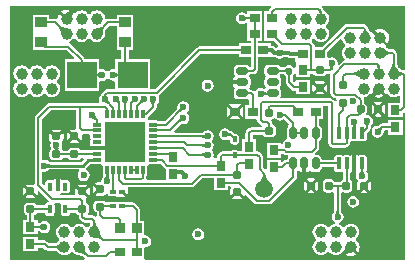
<source format=gtl>
G04*
G04 #@! TF.GenerationSoftware,Altium Limited,Altium Designer,20.1.8 (145)*
G04*
G04 Layer_Physical_Order=1*
G04 Layer_Color=255*
%FSTAX43Y43*%
%MOMM*%
G71*
G04*
G04 #@! TF.SameCoordinates,0B34B400-A00A-4FE9-84D7-845614CC9F3F*
G04*
G04*
G04 #@! TF.FilePolarity,Positive*
G04*
G01*
G75*
%ADD11C,0.250*%
%ADD12C,0.200*%
%ADD33R,0.800X0.850*%
%ADD34R,0.850X0.800*%
G04:AMPARAMS|DCode=35|XSize=0.75mm|YSize=0.6mm|CornerRadius=0.15mm|HoleSize=0mm|Usage=FLASHONLY|Rotation=0.000|XOffset=0mm|YOffset=0mm|HoleType=Round|Shape=RoundedRectangle|*
%AMROUNDEDRECTD35*
21,1,0.750,0.300,0,0,0.0*
21,1,0.450,0.600,0,0,0.0*
1,1,0.300,0.225,-0.150*
1,1,0.300,-0.225,-0.150*
1,1,0.300,-0.225,0.150*
1,1,0.300,0.225,0.150*
%
%ADD35ROUNDEDRECTD35*%
G04:AMPARAMS|DCode=36|XSize=0.75mm|YSize=0.6mm|CornerRadius=0.15mm|HoleSize=0mm|Usage=FLASHONLY|Rotation=90.000|XOffset=0mm|YOffset=0mm|HoleType=Round|Shape=RoundedRectangle|*
%AMROUNDEDRECTD36*
21,1,0.750,0.300,0,0,90.0*
21,1,0.450,0.600,0,0,90.0*
1,1,0.300,0.150,0.225*
1,1,0.300,0.150,-0.225*
1,1,0.300,-0.150,-0.225*
1,1,0.300,-0.150,0.225*
%
%ADD36ROUNDEDRECTD36*%
G04:AMPARAMS|DCode=37|XSize=0.4mm|YSize=1mm|CornerRadius=0.1mm|HoleSize=0mm|Usage=FLASHONLY|Rotation=180.000|XOffset=0mm|YOffset=0mm|HoleType=Round|Shape=RoundedRectangle|*
%AMROUNDEDRECTD37*
21,1,0.400,0.800,0,0,180.0*
21,1,0.200,1.000,0,0,180.0*
1,1,0.200,-0.100,0.400*
1,1,0.200,0.100,0.400*
1,1,0.200,0.100,-0.400*
1,1,0.200,-0.100,-0.400*
%
%ADD37ROUNDEDRECTD37*%
G04:AMPARAMS|DCode=38|XSize=0.6mm|YSize=1mm|CornerRadius=0.15mm|HoleSize=0mm|Usage=FLASHONLY|Rotation=180.000|XOffset=0mm|YOffset=0mm|HoleType=Round|Shape=RoundedRectangle|*
%AMROUNDEDRECTD38*
21,1,0.600,0.700,0,0,180.0*
21,1,0.300,1.000,0,0,180.0*
1,1,0.300,-0.150,0.350*
1,1,0.300,0.150,0.350*
1,1,0.300,0.150,-0.350*
1,1,0.300,-0.150,-0.350*
%
%ADD38ROUNDEDRECTD38*%
G04:AMPARAMS|DCode=39|XSize=0.6mm|YSize=1mm|CornerRadius=0.15mm|HoleSize=0mm|Usage=FLASHONLY|Rotation=90.000|XOffset=0mm|YOffset=0mm|HoleType=Round|Shape=RoundedRectangle|*
%AMROUNDEDRECTD39*
21,1,0.600,0.700,0,0,90.0*
21,1,0.300,1.000,0,0,90.0*
1,1,0.300,0.350,0.150*
1,1,0.300,0.350,-0.150*
1,1,0.300,-0.350,-0.150*
1,1,0.300,-0.350,0.150*
%
%ADD39ROUNDEDRECTD39*%
%ADD40R,0.500X0.350*%
%ADD41R,1.000X0.900*%
%ADD42R,2.500X2.300*%
G04:AMPARAMS|DCode=43|XSize=0.4mm|YSize=0.48mm|CornerRadius=0.1mm|HoleSize=0mm|Usage=FLASHONLY|Rotation=180.000|XOffset=0mm|YOffset=0mm|HoleType=Round|Shape=RoundedRectangle|*
%AMROUNDEDRECTD43*
21,1,0.400,0.280,0,0,180.0*
21,1,0.200,0.480,0,0,180.0*
1,1,0.200,-0.100,0.140*
1,1,0.200,0.100,0.140*
1,1,0.200,0.100,-0.140*
1,1,0.200,-0.100,-0.140*
%
%ADD43ROUNDEDRECTD43*%
G04:AMPARAMS|DCode=44|XSize=0.4mm|YSize=0.75mm|CornerRadius=0.1mm|HoleSize=0mm|Usage=FLASHONLY|Rotation=0.000|XOffset=0mm|YOffset=0mm|HoleType=Round|Shape=RoundedRectangle|*
%AMROUNDEDRECTD44*
21,1,0.400,0.550,0,0,0.0*
21,1,0.200,0.750,0,0,0.0*
1,1,0.200,0.100,-0.275*
1,1,0.200,-0.100,-0.275*
1,1,0.200,-0.100,0.275*
1,1,0.200,0.100,0.275*
%
%ADD44ROUNDEDRECTD44*%
G04:AMPARAMS|DCode=45|XSize=0.3mm|YSize=0.75mm|CornerRadius=0.075mm|HoleSize=0mm|Usage=FLASHONLY|Rotation=90.000|XOffset=0mm|YOffset=0mm|HoleType=Round|Shape=RoundedRectangle|*
%AMROUNDEDRECTD45*
21,1,0.300,0.600,0,0,90.0*
21,1,0.150,0.750,0,0,90.0*
1,1,0.150,0.300,0.075*
1,1,0.150,0.300,-0.075*
1,1,0.150,-0.300,-0.075*
1,1,0.150,-0.300,0.075*
%
%ADD45ROUNDEDRECTD45*%
G04:AMPARAMS|DCode=46|XSize=0.3mm|YSize=0.75mm|CornerRadius=0.075mm|HoleSize=0mm|Usage=FLASHONLY|Rotation=0.000|XOffset=0mm|YOffset=0mm|HoleType=Round|Shape=RoundedRectangle|*
%AMROUNDEDRECTD46*
21,1,0.300,0.600,0,0,0.0*
21,1,0.150,0.750,0,0,0.0*
1,1,0.150,0.075,-0.300*
1,1,0.150,-0.075,-0.300*
1,1,0.150,-0.075,0.300*
1,1,0.150,0.075,0.300*
%
%ADD46ROUNDEDRECTD46*%
%ADD47R,3.400X3.400*%
%ADD48R,0.850X0.850*%
%ADD49C,0.300*%
%ADD50C,1.500*%
%ADD51C,1.000*%
%ADD52C,0.600*%
G36*
X0106177Y0111819D02*
X0106182Y011176D01*
X0106184Y011175D01*
X0106186Y0111743D01*
X0106189Y0111737D01*
X0106192Y0111733D01*
X0106196Y0111732D01*
X010596Y0111715D01*
X0105963Y0111717D01*
X0105966Y0111722D01*
X0105969Y0111729D01*
X0105971Y0111738D01*
X0105973Y0111749D01*
X0105975Y0111778D01*
X0105977Y0111816D01*
X0105977Y0111839D01*
X0106177D01*
X0106177Y0111819D01*
D02*
G37*
G36*
X0099648Y0111463D02*
X009967Y0111444D01*
X0099694Y0111428D01*
X0099718Y0111413D01*
X0099742Y0111401D01*
X0099767Y0111391D01*
X0099793Y0111384D01*
X009982Y0111378D01*
X0099847Y0111375D01*
X0099875Y0111374D01*
Y0111174D01*
X0099847Y0111173D01*
X009982Y0111169D01*
X0099793Y0111164D01*
X0099767Y0111156D01*
X0099742Y0111146D01*
X0099718Y0111134D01*
X0099694Y011112D01*
X009967Y0111103D01*
X0099648Y0111085D01*
X0099626Y0111064D01*
Y0111484D01*
X0099648Y0111463D01*
D02*
G37*
G36*
X0109943Y0110286D02*
X0109947Y0110251D01*
X0109954Y0110219D01*
X0109964Y0110189D01*
X0109976Y0110162D01*
X0109991Y0110137D01*
X0110009Y0110114D01*
X011003Y0110093D01*
X0110053Y0110075D01*
X0110079Y0110059D01*
X0109604D01*
X010963Y0110075D01*
X0109654Y0110093D01*
X0109674Y0110114D01*
X0109692Y0110137D01*
X0109707Y0110162D01*
X010972Y0110189D01*
X0109729Y0110219D01*
X0109736Y0110251D01*
X010974Y0110286D01*
X0109742Y0110322D01*
X0109942D01*
X0109943Y0110286D01*
D02*
G37*
G36*
X0087741Y0110457D02*
X0087716Y0110428D01*
X0087693Y0110395D01*
X0087674Y0110357D01*
X0087657Y0110316D01*
X0087642Y011027D01*
X0087631Y0110219D01*
X0087622Y0110164D01*
X0087616Y0110105D01*
X0087612Y0109974D01*
X0087117Y0110469D01*
X0087185Y0110469D01*
X0087307Y0110479D01*
X0087362Y0110488D01*
X0087413Y0110499D01*
X0087459Y0110514D01*
X00875Y0110531D01*
X0087538Y011055D01*
X0087571Y0110573D01*
X00876Y0110598D01*
X0087741Y0110457D01*
D02*
G37*
G36*
X0084113Y0110573D02*
X0084146Y011055D01*
X0084183Y0110531D01*
X0084225Y0110514D01*
X0084271Y0110499D01*
X0084322Y0110488D01*
X0084376Y0110479D01*
X0084435Y0110473D01*
X0084567Y0110469D01*
X0084072Y0109974D01*
X0084071Y0110042D01*
X0084062Y0110164D01*
X0084053Y0110219D01*
X0084041Y011027D01*
X0084027Y0110316D01*
X008401Y0110357D01*
X008399Y0110395D01*
X0083968Y0110428D01*
X0083943Y0110457D01*
X0084084Y0110598D01*
X0084113Y0110573D01*
D02*
G37*
G36*
X0088812Y0110469D02*
X0088812Y0110469D01*
Y0109669D01*
X0088812Y0109669D01*
Y0108569D01*
X0089206D01*
Y0107819D01*
X0088712D01*
Y0107068D01*
X0088585Y0106964D01*
X0088512Y0106979D01*
X0088317Y010694D01*
X0088151Y0106829D01*
X0088106Y0106762D01*
X0087953D01*
X0087915Y0106819D01*
X008775Y0106929D01*
X0087555Y0106968D01*
X0087439Y0106945D01*
X0087312Y0107038D01*
Y0107819D01*
X0086128D01*
X0086124Y0107836D01*
X0086058Y0107935D01*
X0086058Y0107935D01*
X0084908Y0109085D01*
X0084809Y0109151D01*
X0084787Y0109156D01*
X0084758Y0109278D01*
X0084762Y010929D01*
X0084925Y0109357D01*
X0085071Y010947D01*
X0085128Y0109544D01*
X0085285D01*
X0085343Y010947D01*
X0085489Y0109357D01*
X0085659Y0109287D01*
X0085842Y0109263D01*
X0086025Y0109287D01*
X0086195Y0109357D01*
X0086341Y010947D01*
X0086398Y0109544D01*
X0086555D01*
X0086613Y010947D01*
X0086759Y0109357D01*
X0086929Y0109287D01*
X0087112Y0109263D01*
X0087295Y0109287D01*
X0087465Y0109357D01*
X0087611Y010947D01*
X0087723Y0109616D01*
X0087794Y0109786D01*
X0087818Y0109969D01*
X0087816Y0109982D01*
X0087819Y0110091D01*
X0087824Y0110138D01*
X0087831Y011018D01*
X0087839Y0110217D01*
X0087849Y0110247D01*
X0087859Y0110271D01*
X0087868Y011029D01*
X0087875Y01103D01*
X0088188Y0110613D01*
X0088812D01*
Y0110469D01*
D02*
G37*
G36*
X0101918Y0112183D02*
X0101721Y0111985D01*
X0101654Y0111886D01*
X0101651Y0111869D01*
X0101312D01*
Y0110669D01*
X0101312D01*
Y0110569D01*
X0101312D01*
Y0109369D01*
X0102104D01*
X0102506Y0108967D01*
X0102464Y0108829D01*
X0102417Y010882D01*
X0102281Y0108729D01*
X0102189Y0108821D01*
X0102073Y0108898D01*
X0101937Y0108926D01*
X0101862D01*
Y0109169D01*
X0100818D01*
Y0109369D01*
X0101112D01*
Y0110569D01*
X0101112D01*
Y0110669D01*
X0101112D01*
Y0111869D01*
X0099862D01*
Y0111716D01*
X0099854Y0111708D01*
X0099735Y0111659D01*
X0099607Y0111745D01*
X0099412Y0111784D01*
X0099217Y0111745D01*
X0099051Y0111634D01*
X0098941Y0111469D01*
X0098902Y0111274D01*
X0098941Y0111079D01*
X0099051Y0110913D01*
X0099217Y0110803D01*
X0099412Y0110764D01*
X0099607Y0110803D01*
X0099735Y0110888D01*
X0099854Y0110839D01*
X0099862Y0110832D01*
Y0110669D01*
X0099862D01*
Y0110569D01*
X0099862D01*
Y0109369D01*
X0100206D01*
Y0109169D01*
X0099162D01*
Y0108875D01*
X0095812D01*
X0095695Y0108851D01*
X0095596Y0108785D01*
X0095596Y0108785D01*
X0092085Y0105275D01*
X0091612D01*
Y0107819D01*
X0089818D01*
Y0108569D01*
X0090212D01*
Y0109669D01*
X0090212Y0109669D01*
Y0110469D01*
X0090212Y0110469D01*
Y0111569D01*
X0088812D01*
Y0111225D01*
X0088062D01*
X0087945Y0111201D01*
X0087941Y0111199D01*
X0087869Y0111222D01*
X0087844Y0111236D01*
X0087814Y0111267D01*
X0087794Y0111422D01*
X0087723Y0111592D01*
X0087611Y0111738D01*
X0087465Y011185D01*
X0087295Y0111921D01*
X0087112Y0111945D01*
X0086929Y0111921D01*
X0086759Y011185D01*
X0086613Y0111738D01*
X0086555Y0111664D01*
X0086398D01*
X0086341Y0111738D01*
X0086195Y011185D01*
X0086025Y0111921D01*
X0085842Y0111945D01*
X0085659Y0111921D01*
X0085489Y011185D01*
X0085343Y0111738D01*
X0085321Y011171D01*
X0085161D01*
X0085141Y0111736D01*
X0085139Y0111735D01*
X0085113Y0111699D01*
X008509Y0111661D01*
X0085073Y0111621D01*
X008506Y011158D01*
X0085051Y0111537D01*
X0085047Y0111492D01*
X0085047Y0111445D01*
X0085051Y0111396D01*
X008506Y0111345D01*
X0084475Y0111729D01*
X0084531Y0111742D01*
X0084635Y0111772D01*
X0084683Y0111789D01*
X0084728Y0111809D01*
X0084771Y011183D01*
X008481Y0111854D01*
X0084847Y0111879D01*
X008488Y0111906D01*
X0084896Y011192D01*
X0084769Y0111973D01*
X0084572Y0111999D01*
X0084375Y0111973D01*
X0084192Y0111897D01*
X0084136Y0111855D01*
X0084662Y0111329D01*
X0084482Y0111149D01*
X0083956Y0111675D01*
X0083913Y0111619D01*
X0083837Y0111436D01*
X0083819Y01113D01*
X0083802Y0111279D01*
X0083708Y0111216D01*
X0083687Y0111212D01*
X0083622Y0111225D01*
X0083622Y0111225D01*
X0083112D01*
Y0111569D01*
X0081712D01*
Y0110469D01*
X0081712Y0110469D01*
Y0109669D01*
X0081712Y0109669D01*
Y0108569D01*
X0082732D01*
X0082762Y0108563D01*
X0082762Y0108563D01*
X0084565D01*
X0085192Y0107936D01*
X0085143Y0107819D01*
X0084412D01*
Y0105119D01*
X0087312D01*
Y0105878D01*
X0087439Y0105972D01*
X0087555Y0105949D01*
X008775Y0105987D01*
X0087915Y0106098D01*
X0087961Y0106165D01*
X0088113D01*
X0088151Y0106108D01*
X0088317Y0105998D01*
X0088512Y0105959D01*
X0088585Y0105974D01*
X0088712Y0105869D01*
Y0105275D01*
X0087999D01*
X0087882Y0105251D01*
X0087783Y0105185D01*
X0087783Y0105185D01*
X0087612Y0105014D01*
X0087545Y0104915D01*
X0087524Y0104808D01*
X0087449Y0104758D01*
X0087339Y0104593D01*
X00873Y0104397D01*
X0087339Y0104202D01*
X0087349Y0104187D01*
X008729Y0104075D01*
X0083112D01*
X0082995Y0104051D01*
X0082896Y0103985D01*
X0082896Y0103985D01*
X0081946Y0103035D01*
X0081879Y0102936D01*
X0081856Y0102819D01*
X0081856Y0102819D01*
Y0098267D01*
Y0097287D01*
X0081737Y0097181D01*
X0081736Y0097181D01*
X0081287D01*
X0081129Y0097149D01*
X0081103Y0097132D01*
X0081527Y0096709D01*
X0081437Y0096619D01*
X0081512Y0096544D01*
X0081677Y0096709D01*
X00821Y0096285D01*
X0082117Y0096311D01*
X0082149Y0096469D01*
Y0096599D01*
X0082266Y0096647D01*
X0083087Y0095827D01*
X0083073Y0095759D01*
X0083039Y0095695D01*
X0082945Y0095676D01*
X0082846Y009561D01*
X0082779Y0095511D01*
X0082762Y0095425D01*
X0082054D01*
X0081989Y0095521D01*
X0081873Y0095599D01*
X0081737Y0095626D01*
X0081287D01*
X008115Y0095599D01*
X0081034Y0095521D01*
X0080957Y0095405D01*
X008093Y0095269D01*
Y0094969D01*
X0080957Y0094832D01*
X0081034Y0094716D01*
X008115Y0094639D01*
X0081206Y0094628D01*
Y0094219D01*
X0080912D01*
Y0092969D01*
X0082112D01*
Y0093288D01*
X0082246D01*
X0082256Y0093286D01*
X0082265Y0093283D01*
X0082274Y009328D01*
X0082283Y0093275D01*
X0082293Y0093269D01*
X0082304Y0093262D01*
X0082312Y0093255D01*
X0082326Y0093233D01*
X0082492Y0093123D01*
X0082687Y0093084D01*
X0082882Y0093123D01*
X0083047Y0093233D01*
X0083158Y0093399D01*
X0083197Y0093594D01*
X0083158Y0093789D01*
X0083047Y0093954D01*
X0082882Y0094065D01*
X0082687Y0094104D01*
X0082492Y0094065D01*
X0082326Y0093954D01*
X0082312Y0093933D01*
X0082304Y0093926D01*
X0082293Y0093919D01*
X0082283Y0093913D01*
X0082274Y0093908D01*
X0082265Y0093904D01*
X0082256Y0093902D01*
X0082246Y00939D01*
X0082112D01*
Y0094219D01*
X0081818D01*
Y0094628D01*
X0081873Y0094639D01*
X0081989Y0094716D01*
X0082054Y0094813D01*
X0082762D01*
X0082779Y0094727D01*
X0082846Y0094628D01*
X0082945Y0094561D01*
X0083062Y0094538D01*
X0083262D01*
X0083379Y0094561D01*
X0083478Y0094628D01*
X0083544Y0094727D01*
X0083568Y0094844D01*
Y0095394D01*
X0083544Y0095511D01*
X0083528Y0095536D01*
X0083596Y0095663D01*
X0084028D01*
X0084096Y0095536D01*
X0084079Y0095511D01*
X0084056Y0095394D01*
Y0094844D01*
X0084079Y0094727D01*
X0084146Y0094628D01*
X0084245Y0094561D01*
X0084362Y0094538D01*
X0084562D01*
X0084679Y0094561D01*
X0084778Y0094628D01*
X0084844Y0094727D01*
X0084862Y0094813D01*
X008537D01*
X0085434Y0094716D01*
X008555Y0094639D01*
X0085606Y0094628D01*
Y0094445D01*
X0085606Y0094445D01*
X0085629Y0094327D01*
X0085696Y0094228D01*
X0085871Y0094053D01*
X0085871Y0094053D01*
X008597Y0093986D01*
X0086088Y0093963D01*
X0086088Y0093963D01*
X00865D01*
X0086501Y0093963D01*
X0086507Y009396D01*
X008653Y0093943D01*
X0086554Y0093911D01*
X0086578Y0093836D01*
X0086573Y0093827D01*
X0086549Y0093794D01*
X0086479Y0093712D01*
X0086445Y0093678D01*
X0086433Y0093668D01*
X0086375Y0093594D01*
X0086218D01*
X0086161Y0093668D01*
X0086015Y009378D01*
X0085845Y0093851D01*
X0085662Y0093875D01*
X0085479Y0093851D01*
X0085309Y009378D01*
X0085163Y0093668D01*
X0085105Y0093594D01*
X0084948D01*
X0084891Y0093668D01*
X0084745Y009378D01*
X0084575Y0093851D01*
X0084392Y0093875D01*
X0084209Y0093851D01*
X0084039Y009378D01*
X0083893Y0093668D01*
X008378Y0093522D01*
X008371Y0093352D01*
X0083686Y0093169D01*
X008371Y0092986D01*
X008378Y0092816D01*
X0083893Y009267D01*
X0083967Y0092612D01*
Y0092455D01*
X0083893Y0092398D01*
X0083884Y0092387D01*
X0083805Y0092312D01*
X0083769Y0092283D01*
X0083734Y0092258D01*
X0083702Y0092238D01*
X0083674Y0092223D01*
X008365Y0092213D01*
X008363Y0092207D01*
X0083618Y0092205D01*
X0083084D01*
X0082928Y009236D01*
X0082829Y0092426D01*
X0082712Y009245D01*
X0082712Y009245D01*
X0082112D01*
Y0092769D01*
X0080912D01*
Y0091519D01*
X0082112D01*
Y0091838D01*
X0082585D01*
X0082741Y0091683D01*
X0082741Y0091683D01*
X008284Y0091616D01*
X0082957Y0091593D01*
X0082957Y0091593D01*
X0083618D01*
X008363Y0091591D01*
X008365Y0091584D01*
X0083674Y0091574D01*
X0083702Y0091559D01*
X0083734Y009154D01*
X0083767Y0091516D01*
X0083848Y0091446D01*
X0083883Y0091412D01*
X0083893Y00914D01*
X0084039Y0091287D01*
X0084209Y0091217D01*
X0084392Y0091193D01*
X0084575Y0091217D01*
X0084745Y0091287D01*
X0084891Y00914D01*
X0084948Y0091474D01*
X0085105D01*
X0085163Y00914D01*
X0085309Y0091287D01*
X0085479Y0091217D01*
X0085567Y0091205D01*
X0085586Y0091199D01*
X0085653Y0091191D01*
X008571Y0091182D01*
X0085813Y009116D01*
X0085851Y0091149D01*
X0085885Y0091136D01*
X0085912Y0091124D01*
X0085932Y0091113D01*
X0085942Y0091106D01*
X0086093Y0090955D01*
X0086041Y0090828D01*
X0079771D01*
Y0092569D01*
Y011231D01*
X0101866D01*
X0101918Y0112183D01*
D02*
G37*
G36*
X0102839Y0108547D02*
X0102854Y0108537D01*
X0102871Y0108528D01*
X010289Y010852D01*
X0102912Y0108514D01*
X0102935Y0108508D01*
X0102961Y0108504D01*
X0102989Y0108501D01*
X0103052Y0108499D01*
Y0108199D01*
X0103019Y0108198D01*
X0102961Y0108193D01*
X0102935Y0108189D01*
X0102912Y0108184D01*
X010289Y0108177D01*
X0102871Y0108169D01*
X0102854Y010816D01*
X0102839Y010815D01*
X0102826Y0108139D01*
X0102582Y0108349D01*
X0102372Y0108168D01*
X0102366Y0108174D01*
X0102357Y0108179D01*
X0102345Y0108184D01*
X0102329Y0108188D01*
X0102311Y0108191D01*
X0102206Y0108199D01*
X0102172Y0108199D01*
Y0108499D01*
X0102237Y01085D01*
X0102289Y0108504D01*
X0102311Y0108507D01*
X0102329Y010851D01*
X0102345Y0108514D01*
X0102357Y0108519D01*
X0102366Y0108524D01*
X0102372Y010853D01*
X0102582Y0108349D01*
X0102826Y0108559D01*
X0102839Y0108547D01*
D02*
G37*
G36*
X0111517Y0108651D02*
X0111611Y0108571D01*
X0111656Y0108539D01*
X01117Y0108511D01*
X0111742Y0108489D01*
X0111784Y0108471D01*
X0111824Y0108459D01*
X0111864Y0108451D01*
X0111902Y0108449D01*
Y0108249D01*
X0111864Y0108246D01*
X0111824Y0108239D01*
X0111784Y0108226D01*
X0111742Y0108209D01*
X01117Y0108186D01*
X0111656Y0108159D01*
X0111611Y0108126D01*
X0111565Y0108089D01*
X0111469Y0107999D01*
Y0108699D01*
X0111517Y0108651D01*
D02*
G37*
G36*
X0107887Y0109461D02*
X010789Y0109436D01*
X010796Y0109266D01*
X0108073Y010912D01*
X0108147Y0109062D01*
Y0108905D01*
X0108073Y0108848D01*
X010796Y0108702D01*
X010789Y0108532D01*
X0107866Y0108349D01*
X010789Y0108166D01*
X010796Y0107996D01*
X0108073Y010785D01*
X0108139Y0107799D01*
X0108095Y0107672D01*
X0108077D01*
X0108077Y0107672D01*
X010796Y0107649D01*
X0107861Y0107582D01*
X0107627Y0107349D01*
X010751Y0107412D01*
X0107522Y0107469D01*
X0107483Y0107664D01*
X0107372Y0107829D01*
X0107207Y010794D01*
X0107012Y0107979D01*
X0106817Y010794D01*
X0106763Y0107904D01*
X0106636Y0107972D01*
Y010839D01*
X0107752Y0109506D01*
X0107887Y0109461D01*
D02*
G37*
G36*
X0099162Y0107969D02*
X0100206D01*
Y0107125D01*
X0100079D01*
X0100014Y0107221D01*
X0099898Y0107299D01*
X0099762Y0107326D01*
X0099062D01*
X0098925Y0107299D01*
X0098809Y0107221D01*
X0098732Y0107105D01*
X0098705Y0106969D01*
Y0106669D01*
X0098732Y0106532D01*
X0098809Y0106416D01*
X0098761Y0106296D01*
X0098681Y0106176D01*
X009865Y0106019D01*
Y0105719D01*
X0098681Y0105561D01*
X0098761Y0105442D01*
X0098809Y0105321D01*
X0098732Y0105205D01*
X0098705Y0105069D01*
Y0104769D01*
X0098732Y0104632D01*
X0098809Y0104516D01*
X0098925Y0104439D01*
X0099062Y0104412D01*
X0099762D01*
X0099879Y0104435D01*
X0100006Y0104378D01*
Y0103958D01*
X0099687D01*
Y0102758D01*
X0100624D01*
X0100706Y0102669D01*
X0100729Y0102552D01*
X0100796Y0102453D01*
X0100996Y0102253D01*
X0101034Y0102226D01*
X0101076Y0102079D01*
X0101073Y0102061D01*
X0101049Y0102025D01*
X0100188D01*
X0100188Y0102025D01*
X010007Y0102001D01*
X0099971Y0101935D01*
X0099971Y0101935D01*
X0099796Y0101759D01*
X0099729Y010166D01*
X0099706Y0101543D01*
X0099706Y0101543D01*
Y0101019D01*
X0099412D01*
Y009999D01*
X0099153D01*
X0099119Y010004D01*
X009902Y0100106D01*
X0098903Y010013D01*
X0098703D01*
X0098586Y0100106D01*
X0098487Y010004D01*
X0098453Y009999D01*
X0097758D01*
X0097641Y0099966D01*
X0097542Y00999D01*
X0097542Y00999D01*
X0097396Y0099754D01*
X0097329Y0099654D01*
X0097306Y0099537D01*
X00973Y0099419D01*
X0097065D01*
X0097018Y0099479D01*
X0096985Y0099535D01*
X0097022Y0099719D01*
X0096983Y0099914D01*
X0096872Y0100079D01*
Y0100138D01*
X0096983Y0100304D01*
X0097022Y0100499D01*
X0096983Y0100694D01*
X009692Y0100788D01*
X0096882Y0100884D01*
X009692Y010098D01*
X0096983Y0101074D01*
X0097022Y0101269D01*
X0096983Y0101464D01*
X0096872Y0101629D01*
X0096707Y010174D01*
X0096512Y0101779D01*
X0096317Y010174D01*
X0096151Y0101629D01*
X0096137Y0101608D01*
X0096129Y0101601D01*
X0096118Y0101594D01*
X0096108Y0101588D01*
X0096099Y0101583D01*
X009609Y0101579D01*
X0096081Y0101577D01*
X0096071Y0101575D01*
X0093716D01*
X0093668Y0101692D01*
X00943Y0102325D01*
X0094304Y0102327D01*
X0094308Y0102329D01*
X0094311Y010233D01*
X0094314Y010233D01*
X0094317Y0102331D01*
X0094323Y0102331D01*
X0094331Y010233D01*
X0094349Y0102327D01*
X0094367Y0102327D01*
X0094454Y010231D01*
X0094649Y0102349D01*
X0094814Y0102459D01*
X0094925Y0102624D01*
X0094964Y010282D01*
X0094925Y0103015D01*
X0094814Y010318D01*
X0094782Y0103202D01*
Y0103329D01*
X0094814Y010335D01*
X0094925Y0103516D01*
X0094964Y0103711D01*
X0094925Y0103906D01*
X0094814Y0104071D01*
X0094649Y0104182D01*
X0094454Y0104221D01*
X0094259Y0104182D01*
X0094093Y0104071D01*
X0093983Y0103906D01*
X0093944Y0103711D01*
X0093949Y0103685D01*
X0093948Y0103675D01*
X0093946Y0103662D01*
X0093943Y0103651D01*
X009394Y0103641D01*
X0093936Y0103632D01*
X0093931Y0103623D01*
X0093926Y0103616D01*
X0092885Y0102575D01*
X0092336D01*
X0092294Y0102603D01*
X0092187Y0102624D01*
X0091587D01*
X0091466Y0102723D01*
X0091441Y0102754D01*
X0091468Y0102921D01*
X0091478Y0102928D01*
X0092103Y0103553D01*
X0092103Y0103553D01*
X0092169Y0103652D01*
X0092193Y0103769D01*
X0092193Y0103769D01*
Y0103957D01*
X0092195Y0103966D01*
X0092197Y0103975D01*
X0092201Y0103985D01*
X0092206Y0103994D01*
X0092212Y0104004D01*
X0092219Y0104014D01*
X0092226Y0104023D01*
X0092247Y0104037D01*
X0092358Y0104202D01*
X0092397Y0104397D01*
X0092358Y0104593D01*
X0092411Y0104741D01*
X0092428Y0104753D01*
X0095938Y0108263D01*
X0099162D01*
Y0107969D01*
D02*
G37*
G36*
X010202Y0108019D02*
X0102157Y0107992D01*
X0102236D01*
X010225Y0107991D01*
X0102251Y0107988D01*
X0102417Y0107878D01*
X0102612Y0107839D01*
X0102807Y0107878D01*
X0102972Y0107988D01*
X0102972Y0107988D01*
X0102975Y0107989D01*
X0102986Y0107991D01*
X0102999Y0107992D01*
X0103244D01*
X0103266Y010797D01*
X0103382Y0107893D01*
X0103518Y0107865D01*
X0103936D01*
Y0107635D01*
X0103936Y0107622D01*
X0103936Y0107622D01*
X0103961Y0107519D01*
X0103961Y0107519D01*
Y0107126D01*
X0103834Y0107087D01*
X0103772Y0107179D01*
X0103607Y010729D01*
X0103412Y0107329D01*
X0103217Y010729D01*
X0103051Y0107179D01*
X0103037Y0107158D01*
X0103029Y0107151D01*
X0103018Y0107144D01*
X0103008Y0107138D01*
X0102999Y0107133D01*
X010299Y0107129D01*
X0102981Y0107127D01*
X0102971Y0107125D01*
X0102679D01*
X0102614Y0107221D01*
X0102498Y0107299D01*
X0102362Y0107326D01*
X0101662D01*
X0101525Y0107299D01*
X0101409Y0107221D01*
X0101332Y0107105D01*
X0101305Y0106969D01*
Y0106669D01*
X0101332Y0106532D01*
X0101409Y0106416D01*
X0101423Y0106407D01*
Y010628D01*
X0101409Y0106271D01*
X0101332Y0106155D01*
X0101305Y0106019D01*
Y0105719D01*
X0101332Y0105582D01*
X0101406Y0105472D01*
X0101421Y0105443D01*
X0101382Y0105319D01*
X0101289Y0105297D01*
X0101207Y0105352D01*
X0101012Y0105391D01*
X0100817Y0105352D01*
X0100651Y0105242D01*
X0100573Y0105124D01*
X0100424Y0105092D01*
X0100382Y0105135D01*
X0100282Y0105201D01*
X0100165Y0105225D01*
X0100165Y0105225D01*
X0100084D01*
X0100016Y0105326D01*
X0100062Y0105442D01*
X0100142Y0105561D01*
X0100174Y0105719D01*
Y0106019D01*
X0100142Y0106176D01*
X0100062Y0106296D01*
X0100016Y0106412D01*
X0100084Y0106513D01*
X0100365D01*
X0100365Y0106513D01*
X0100482Y0106536D01*
X0100582Y0106603D01*
X0100728Y0106749D01*
X0100728Y0106749D01*
X0100794Y0106848D01*
X0100818Y0106965D01*
Y0107969D01*
X0101862D01*
Y0107972D01*
X0101989Y010804D01*
X010202Y0108019D01*
D02*
G37*
G36*
X0111089Y0107217D02*
X0111092Y0107187D01*
X0111097Y010716D01*
X0111103Y0107135D01*
X0111112Y0107113D01*
X0111123Y0107094D01*
X0111135Y0107077D01*
X0111149Y0107063D01*
X0111166Y0107051D01*
X0111184Y0107041D01*
X0110792D01*
X0110811Y0107051D01*
X0110827Y0107063D01*
X0110841Y0107077D01*
X0110854Y0107094D01*
X0110864Y0107113D01*
X0110873Y0107135D01*
X0110879Y010716D01*
X0110884Y0107187D01*
X0110887Y0107217D01*
X0110888Y0107249D01*
X0111088D01*
X0111089Y0107217D01*
D02*
G37*
G36*
X0107192Y0107226D02*
X0107175Y0107207D01*
X010716Y0107186D01*
X0107147Y0107164D01*
X0107136Y0107141D01*
X0107128Y0107116D01*
X0107121Y0107091D01*
X0107116Y0107064D01*
X0107113Y0107035D01*
X0107112Y0107006D01*
X0106912D01*
X0106911Y0107035D01*
X0106908Y0107064D01*
X0106903Y0107091D01*
X0106896Y0107116D01*
X0106887Y0107141D01*
X0106876Y0107164D01*
X0106863Y0107186D01*
X0106849Y0107207D01*
X0106832Y0107226D01*
X0106813Y0107244D01*
X0107211D01*
X0107192Y0107226D01*
D02*
G37*
G36*
X0112361Y0107333D02*
X0112368Y0107294D01*
X0112381Y0107253D01*
X0112398Y0107212D01*
X0112421Y0107169D01*
X0112448Y0107125D01*
X0112481Y010708D01*
X0112518Y0107034D01*
X0112608Y0106938D01*
X0111908D01*
X0111956Y0106987D01*
X0112036Y010708D01*
X0112068Y0107125D01*
X0112096Y0107169D01*
X0112118Y0107212D01*
X0112136Y0107253D01*
X0112148Y0107294D01*
X0112156Y0107333D01*
X0112158Y0107371D01*
X0112358D01*
X0112361Y0107333D01*
D02*
G37*
G36*
X0113253Y0106924D02*
X0113135Y0106853D01*
X0113126Y0106853D01*
X0113016Y0106875D01*
X0113016Y0106875D01*
X0112991D01*
X0112978Y0106877D01*
X0112961Y0106881D01*
X0112944Y0106888D01*
X0112927Y0106896D01*
X011291Y0106908D01*
X0112891Y0106922D01*
X0112872Y0106941D01*
X0112852Y0106964D01*
X0112827Y0106996D01*
X0112818Y0107003D01*
X0112813Y0107012D01*
X0112806Y0107017D01*
X0112757Y010708D01*
X0112746Y0107089D01*
X0112672Y0107168D01*
X0112642Y0107204D01*
X0112617Y0107239D01*
X0112597Y0107271D01*
X0112583Y0107299D01*
X0112572Y0107323D01*
X0112566Y0107343D01*
X0112564Y0107355D01*
Y0108232D01*
X0112564Y0108232D01*
X0112541Y0108349D01*
X0112474Y0108448D01*
X0112474Y0108448D01*
X0112357Y0108565D01*
X0112258Y0108631D01*
X0112141Y0108655D01*
X0112141Y0108655D01*
X0111886D01*
X0111874Y0108657D01*
X0111854Y0108663D01*
X011183Y0108673D01*
X0111801Y0108688D01*
X011177Y0108708D01*
X0111737Y0108732D01*
X0111655Y0108802D01*
X0111621Y0108836D01*
X0111611Y0108848D01*
X0111583Y010887D01*
Y0108968D01*
X0111022Y0109529D01*
X0110461Y011009D01*
X0110363D01*
X0110341Y0110118D01*
X0110195Y011023D01*
X0110179Y0110237D01*
X011017Y0110243D01*
X0110165Y0110246D01*
X0110162Y0110249D01*
X011016Y0110252D01*
X0110157Y0110256D01*
X0110154Y0110263D01*
X0110151Y0110272D01*
X0110149Y0110285D01*
X0110148Y0110293D01*
Y0110322D01*
X0110124Y0110439D01*
X0110058Y0110539D01*
X0110058Y0110539D01*
X0109912Y0110685D01*
X0109812Y0110751D01*
X0109695Y0110775D01*
X0109695Y0110775D01*
X0108282D01*
X0108282Y0110775D01*
X0108165Y0110751D01*
X0108066Y0110685D01*
X0108066Y0110685D01*
X0106203Y0108822D01*
X0105698D01*
X0105605Y0108893D01*
X0105581Y010901D01*
X0105515Y0109109D01*
X0105515Y0109109D01*
X0105339Y0109285D01*
X0105323Y0109296D01*
X0105318Y010945D01*
X0105325Y0109457D01*
X0105341Y010947D01*
X0105364Y0109499D01*
X0105405Y0109544D01*
X0105555D01*
X0105613Y010947D01*
X0105759Y0109357D01*
X0105929Y0109287D01*
X0106112Y0109263D01*
X0106295Y0109287D01*
X0106465Y0109357D01*
X0106611Y010947D01*
X0106723Y0109616D01*
X0106794Y0109786D01*
X0106818Y0109969D01*
X0106794Y0110152D01*
X0106723Y0110322D01*
X0106611Y0110468D01*
X0106537Y0110525D01*
Y0110682D01*
X0106611Y011074D01*
X0106723Y0110886D01*
X0106794Y0111056D01*
X0106818Y0111239D01*
X0106794Y0111422D01*
X0106723Y0111592D01*
X0106611Y0111738D01*
X0106465Y011185D01*
X0106373Y0111888D01*
X0106359Y0111956D01*
X0106293Y0112055D01*
X0106165Y0112183D01*
X0106218Y011231D01*
X0113253D01*
Y0106924D01*
D02*
G37*
G36*
X0103198Y0106609D02*
X0103176Y010663D01*
X0103153Y0106648D01*
X010313Y0106665D01*
X0103106Y0106679D01*
X0103081Y0106691D01*
X0103056Y0106701D01*
X010303Y0106709D01*
X0103004Y0106714D01*
X0102977Y0106718D01*
X0102949Y0106719D01*
Y0106919D01*
X0102977Y010692D01*
X0103004Y0106923D01*
X010303Y0106929D01*
X0103056Y0106936D01*
X0103081Y0106946D01*
X0103106Y0106958D01*
X010313Y0106973D01*
X0103153Y0106989D01*
X0103176Y0107008D01*
X0103198Y0107029D01*
Y0106609D01*
D02*
G37*
G36*
X0103601Y0106583D02*
X0103582Y010656D01*
X0103566Y0106537D01*
X0103551Y0106513D01*
X0103539Y0106489D01*
X0103529Y0106463D01*
X0103522Y0106437D01*
X0103516Y0106411D01*
X0103513Y0106384D01*
X0103512Y0106356D01*
X0103312D01*
X0103311Y0106384D01*
X0103307Y0106411D01*
X0103302Y0106437D01*
X0103294Y0106463D01*
X0103284Y0106489D01*
X0103272Y0106513D01*
X0103258Y0106537D01*
X0103241Y010656D01*
X0103223Y0106583D01*
X0103202Y0106605D01*
X0103622D01*
X0103601Y0106583D01*
D02*
G37*
G36*
X0112694Y0106833D02*
X0112725Y0106799D01*
X0112757Y0106768D01*
X0112791Y0106742D01*
X0112825Y010672D01*
X0112861Y0106701D01*
X0112898Y0106687D01*
X0112936Y0106677D01*
X0112975Y0106671D01*
X0113016Y0106669D01*
Y0106469D01*
X0112974Y0106467D01*
X0112934Y0106461D01*
X0112895Y0106451D01*
X0112857Y0106437D01*
X011282Y0106419D01*
X0112784Y0106397D01*
X0112749Y0106372D01*
X0112715Y0106342D01*
X0112682Y0106308D01*
X011265Y0106271D01*
X0112665Y0106872D01*
X0112694Y0106833D01*
D02*
G37*
G36*
X0105534Y0106479D02*
X010565Y0106402D01*
X0105787Y0106374D01*
X0106237D01*
X0106373Y0106402D01*
X0106489Y0106479D01*
X0106554Y0106575D01*
X0106791D01*
X0106901Y0106504D01*
X0106906Y0106454D01*
Y0104948D01*
X0106906Y0104948D01*
X0106929Y0104831D01*
X0106996Y0104732D01*
X0107171Y0104556D01*
X0107171Y0104556D01*
X010727Y010449D01*
X0107351Y0104474D01*
X0107398Y0104444D01*
X0107439Y0104352D01*
X0107409Y0104267D01*
X0107276Y010424D01*
X0107257Y0104268D01*
X0107257Y0104268D01*
X010714Y0104385D01*
X0107041Y0104451D01*
X0106924Y0104475D01*
X0106924Y0104475D01*
X0102739D01*
X0102671Y0104602D01*
X0102691Y0104632D01*
X0102719Y0104769D01*
Y0105069D01*
X0102691Y0105205D01*
X0102618Y0105316D01*
X01026Y010535D01*
Y0105438D01*
X0102618Y0105472D01*
X0102691Y0105582D01*
X0102719Y0105719D01*
Y0106019D01*
X0102691Y0106155D01*
X0102614Y0106271D01*
X01026Y010628D01*
Y0106407D01*
X0102614Y0106416D01*
X0102679Y0106513D01*
X0102971D01*
X0102981Y0106511D01*
X010299Y0106508D01*
X0102999Y0106505D01*
X0103008Y01065D01*
X0103018Y0106494D01*
X0103029Y0106487D01*
X0103037Y010648D01*
X0103051Y0106458D01*
X0103073Y0106444D01*
X010308Y0106436D01*
X0103087Y0106425D01*
X0103093Y0106415D01*
X0103098Y0106406D01*
X0103101Y0106397D01*
X0103104Y0106388D01*
X0103106Y0106378D01*
Y0105867D01*
X0103106Y0105867D01*
X0103129Y010575D01*
X0103196Y0105651D01*
X0103644Y0105203D01*
X0103644Y0105203D01*
X0103743Y0105136D01*
X010386Y0105113D01*
X0103961D01*
Y0104819D01*
X0105161D01*
Y0106069D01*
X0103961D01*
Y0105917D01*
X0103843Y0105868D01*
X0103718Y0105994D01*
Y0106378D01*
X010372Y0106388D01*
X0103722Y0106397D01*
X0103726Y0106406D01*
X0103731Y0106415D01*
X0103737Y0106425D01*
X0103744Y0106436D01*
X0103751Y0106444D01*
X0103772Y0106458D01*
X0103834Y010655D01*
X0103961Y0106512D01*
Y0106269D01*
X0105161D01*
Y0106588D01*
X0105462D01*
X0105534Y0106479D01*
D02*
G37*
G36*
X0088748Y0106658D02*
X008877Y0106639D01*
X0088794Y0106623D01*
X0088818Y0106608D01*
X0088842Y0106596D01*
X0088867Y0106586D01*
X0088893Y0106579D01*
X008892Y0106573D01*
X0088947Y010657D01*
X0088975Y0106569D01*
Y0106369D01*
X0088947Y0106368D01*
X008892Y0106364D01*
X0088893Y0106359D01*
X0088867Y0106351D01*
X0088842Y0106341D01*
X0088818Y0106329D01*
X0088794Y0106315D01*
X008877Y0106298D01*
X0088748Y010628D01*
X0088726Y0106259D01*
Y0106679D01*
X0088748Y0106658D01*
D02*
G37*
G36*
X0087341Y0106248D02*
X0087319Y0106269D01*
X0087296Y0106288D01*
X0087273Y0106304D01*
X0087249Y0106319D01*
X0087225Y0106331D01*
X0087199Y0106341D01*
X0087174Y0106348D01*
X0087147Y0106354D01*
X008712Y0106357D01*
X0087092Y0106358D01*
Y0106558D01*
X008712Y0106559D01*
X0087147Y0106563D01*
X0087174Y0106568D01*
X0087199Y0106576D01*
X0087225Y0106586D01*
X0087249Y0106598D01*
X0087273Y0106612D01*
X0087296Y0106629D01*
X0087319Y0106647D01*
X0087341Y0106668D01*
Y0106248D01*
D02*
G37*
G36*
X0109361Y0106231D02*
X0109313Y0106279D01*
X0109219Y0106359D01*
X0109174Y0106391D01*
X010913Y0106419D01*
X0109088Y0106441D01*
X0109046Y0106459D01*
X0109006Y0106471D01*
X0108966Y0106479D01*
X0108928Y0106481D01*
Y0106681D01*
X0108966Y0106684D01*
X0109006Y0106691D01*
X0109046Y0106704D01*
X0109088Y0106721D01*
X010913Y0106744D01*
X0109174Y0106771D01*
X0109219Y0106804D01*
X0109265Y0106841D01*
X0109361Y0106931D01*
Y0106231D01*
D02*
G37*
G36*
X0101248Y010507D02*
X010127Y0105051D01*
X0101294Y0105035D01*
X0101318Y0105021D01*
X0101342Y0105009D01*
X0101367Y0104999D01*
X0101393Y0104991D01*
X010142Y0104985D01*
X0101447Y0104982D01*
X0101475Y0104981D01*
Y0104781D01*
X0101447Y010478D01*
X010142Y0104777D01*
X0101393Y0104771D01*
X0101367Y0104763D01*
X0101342Y0104754D01*
X0101318Y0104742D01*
X0101294Y0104727D01*
X010127Y0104711D01*
X0101248Y0104692D01*
X0101226Y0104671D01*
Y0105091D01*
X0101248Y010507D01*
D02*
G37*
G36*
X0087928Y0104774D02*
X0087934Y0104691D01*
X0087936Y0104681D01*
X0087938Y0104674D01*
X0087941Y0104669D01*
X0087944Y0104666D01*
X0087709Y010468D01*
X0087713Y0104683D01*
X0087716Y0104687D01*
X0087719Y0104693D01*
X0087721Y0104702D01*
X0087723Y0104713D01*
X0087725Y0104726D01*
X0087727Y0104757D01*
X0087728Y0104797D01*
X0087928D01*
X0087928Y0104774D01*
D02*
G37*
G36*
X0111639Y010484D02*
X0111737D01*
X0111759Y0104812D01*
X0111905Y01047D01*
X0112075Y0104629D01*
X0112258Y0104605D01*
X0112441Y0104629D01*
X0112611Y01047D01*
X01127Y0104768D01*
X0112827Y0104705D01*
Y0104119D01*
X0111812D01*
Y0102869D01*
X0113012D01*
Y0103208D01*
X0113029Y0103211D01*
X0113128Y0103278D01*
X0113135Y0103285D01*
X0113253Y0103236D01*
Y0090828D01*
X0091272D01*
X0091162Y0090869D01*
Y0091822D01*
X0091207Y0091859D01*
X0091402Y0091898D01*
X0091567Y0092008D01*
X0091678Y0092174D01*
X0091717Y0092369D01*
X0091678Y0092564D01*
X0091567Y0092729D01*
X0091402Y009284D01*
X0091207Y0092879D01*
X0091137Y0092936D01*
Y0094094D01*
X0090818D01*
Y0095019D01*
X0090794Y0095136D01*
X0090728Y0095235D01*
X0090728Y0095235D01*
X0090378Y0095585D01*
X0090279Y0095651D01*
X0090162Y0095675D01*
X0090162Y0095675D01*
X0089712D01*
Y0095744D01*
X0088062D01*
Y0095675D01*
X008792D01*
X0087889Y0095721D01*
X0087773Y0095799D01*
X0087637Y0095826D01*
X0087187D01*
X008705Y0095799D01*
X0086934Y0095721D01*
X0086857Y0095605D01*
X008683Y0095469D01*
Y0095169D01*
X0086857Y0095032D01*
X0086934Y0094916D01*
X008705Y0094839D01*
X0087106Y0094828D01*
Y0094569D01*
X0087106Y0094569D01*
X0087115Y0094522D01*
X0086998Y0094459D01*
X0086972Y0094485D01*
X0086873Y0094551D01*
X0086756Y0094575D01*
X0086756Y0094575D01*
X0086406D01*
X0086367Y0094702D01*
X0086389Y0094716D01*
X0086466Y0094832D01*
X0086494Y0094969D01*
Y0095269D01*
X0086466Y0095405D01*
X0086389Y0095521D01*
X0086273Y0095599D01*
X0086218Y009561D01*
Y0095793D01*
X0086218Y0095793D01*
X0086194Y009591D01*
X0086177Y0095935D01*
X0086236Y0096077D01*
X0086294Y0096088D01*
X008632Y0096106D01*
X0085897Y0096529D01*
X0085987Y0096619D01*
X0085912Y0096694D01*
X0085747Y0096529D01*
X0085324Y0096952D01*
X0085306Y0096926D01*
X0085275Y0096769D01*
Y0096469D01*
X0085288Y0096402D01*
X008519Y0096275D01*
X0084019D01*
X0084006Y0096402D01*
X008405Y009641D01*
X0084167Y0096489D01*
X0084178Y0096506D01*
X0084245Y0096461D01*
X0084362Y0096438D01*
X0084562D01*
X0084679Y0096461D01*
X0084778Y0096528D01*
X0084844Y0096627D01*
X0084868Y0096744D01*
Y0097294D01*
X0084844Y0097411D01*
X0084778Y009751D01*
X0084679Y0097576D01*
X0084562Y00976D01*
X0084362D01*
X0084245Y0097576D01*
X0084178Y0097532D01*
X0084167Y0097549D01*
X008405Y0097627D01*
X0083912Y0097655D01*
X0083712D01*
X0083574Y0097627D01*
X0083457Y0097549D01*
X0083445Y0097532D01*
X0083379Y0097576D01*
X0083262Y00976D01*
X0083062D01*
X0082945Y0097576D01*
X0082846Y009751D01*
X0082779Y0097411D01*
X0082756Y0097294D01*
Y0097189D01*
X0082639Y009714D01*
X0082468Y0097311D01*
Y0098196D01*
X0082569Y0098294D01*
X0082595Y0098301D01*
X0082687Y0098282D01*
X0082882Y0098321D01*
X0083047Y0098432D01*
X0083058Y0098448D01*
X0083058Y0098448D01*
X0083064Y0098451D01*
X0083071Y0098454D01*
X008308Y0098456D01*
X0083091Y0098459D01*
X0083102Y0098461D01*
X0085599D01*
X0085638Y0098334D01*
X0085541Y0098189D01*
X0085502Y0097994D01*
X0085541Y0097799D01*
X0085651Y0097633D01*
X0085817Y0097523D01*
X0086012Y0097484D01*
X0086207Y0097523D01*
X0086372Y0097633D01*
X0086483Y0097799D01*
X0086522Y0097994D01*
X0086483Y0098189D01*
X0086372Y0098354D01*
X0086237Y0098445D01*
X0086224Y0098469D01*
X0086211Y0098548D01*
X0086213Y0098593D01*
X0086557Y0098937D01*
X0086726D01*
X0086729Y0098935D01*
X0086837Y0098913D01*
X0087437D01*
X0087558Y0098815D01*
X0087656Y0098694D01*
Y0098094D01*
X0087674Y0098004D01*
Y0097888D01*
X0087673Y0097877D01*
X008767Y0097866D01*
X0087667Y0097858D01*
X0087665Y0097851D01*
X0087662Y0097846D01*
X008766Y0097844D01*
X0087639Y0097829D01*
X0087528Y0097664D01*
X008749Y0097469D01*
X0087417Y0097381D01*
X0087187D01*
X0087029Y0097349D01*
X0087003Y0097332D01*
X0087427Y0096909D01*
X0087337Y0096819D01*
X0087427Y0096729D01*
X0087003Y0096306D01*
X0087029Y0096288D01*
X0087187Y0096257D01*
X0087637D01*
X0087794Y0096288D01*
X0087928Y0096378D01*
X0087935Y0096388D01*
X0088062Y0096349D01*
Y0096194D01*
X0088758D01*
Y009614D01*
X0089586D01*
X0089247Y0096479D01*
X0089427Y0096659D01*
X0089766Y0096319D01*
Y0096963D01*
X0095162D01*
X0095162Y0096963D01*
X0095279Y0096986D01*
X0095378Y0097053D01*
X0096038Y0097713D01*
X0097012D01*
Y0096719D01*
X0098212D01*
Y0097038D01*
X0098401D01*
X0098463Y0096911D01*
X0098406Y0096826D01*
X0098375Y0096669D01*
Y0096369D01*
X0098406Y0096211D01*
X0098424Y0096185D01*
X0098847Y0096609D01*
X0099012Y0096444D01*
X0099177Y0096609D01*
X00996Y0096185D01*
X0099617Y0096211D01*
X0099622Y0096237D01*
X009976Y0096278D01*
X0100436Y0095603D01*
X0100436Y0095603D01*
X0100535Y0095536D01*
X0100652Y0095513D01*
X0101726D01*
X0101726Y0095513D01*
X0101843Y0095536D01*
X0101942Y0095603D01*
X0103978Y0097638D01*
X0104044Y0097738D01*
X0104068Y0097855D01*
X0104068Y0097855D01*
Y0098297D01*
X0104169Y0098365D01*
X0104285Y0098318D01*
X0104404Y0098238D01*
X0104562Y0098207D01*
X0104862D01*
X0105019Y0098238D01*
X0105139Y0098318D01*
X0105259Y0098366D01*
X0105375Y0098289D01*
X0105512Y0098262D01*
X0105812D01*
X0105948Y0098289D01*
X0106064Y0098366D01*
X0106141Y0098482D01*
X0106169Y0098619D01*
Y0098663D01*
X0107231D01*
Y0098569D01*
X0107254Y0098452D01*
X0107321Y0098353D01*
X010742Y0098286D01*
X0107537Y0098263D01*
X0107737D01*
X0107854Y0098286D01*
X0107854Y0098286D01*
X0107981Y0098218D01*
Y0097625D01*
X0107975Y0097623D01*
X0107859Y0097546D01*
X0107782Y009743D01*
X0107771Y0097375D01*
X0107253D01*
X0107241Y009743D01*
X0107164Y0097546D01*
X0107048Y0097623D01*
X0106912Y0097651D01*
X0106612D01*
X0106475Y0097623D01*
X0106359Y0097546D01*
X0106282Y009743D01*
X0106255Y0097294D01*
Y0096844D01*
X0106282Y0096707D01*
X0106359Y0096591D01*
X0106475Y0096514D01*
X0106612Y0096487D01*
X0106912D01*
X0107048Y0096514D01*
X0107079Y0096535D01*
X0107206Y0096467D01*
Y0094885D01*
X0107204Y0094876D01*
X0107201Y0094867D01*
X0107198Y0094857D01*
X0107193Y0094848D01*
X0107187Y0094838D01*
X010718Y0094828D01*
X0107173Y0094819D01*
X0107151Y0094805D01*
X0107041Y009464D01*
X0107002Y0094445D01*
X0107041Y0094249D01*
X0107151Y0094084D01*
X0107287Y0093993D01*
X0107271Y0093864D01*
X0107271Y0093863D01*
X0107179Y0093851D01*
X0107009Y009378D01*
X0106863Y0093668D01*
X0106805Y0093594D01*
X0106648D01*
X0106591Y0093668D01*
X0106445Y009378D01*
X0106275Y0093851D01*
X0106092Y0093875D01*
X0105909Y0093851D01*
X0105739Y009378D01*
X0105593Y0093668D01*
X010548Y0093522D01*
X010541Y0093352D01*
X0105386Y0093169D01*
X010541Y0092986D01*
X010548Y0092816D01*
X0105593Y009267D01*
X0105667Y0092612D01*
Y0092455D01*
X0105593Y0092398D01*
X010548Y0092252D01*
X010541Y0092082D01*
X0105386Y0091899D01*
X010541Y0091716D01*
X010548Y0091546D01*
X0105593Y00914D01*
X0105739Y0091287D01*
X0105909Y0091217D01*
X0106092Y0091193D01*
X0106275Y0091217D01*
X0106445Y0091287D01*
X0106591Y00914D01*
X0106648Y0091474D01*
X0106805D01*
X0106863Y00914D01*
X0107009Y0091287D01*
X0107179Y0091217D01*
X0107362Y0091193D01*
X0107545Y0091217D01*
X0107715Y0091287D01*
X0107861Y00914D01*
X0107883Y0091428D01*
X0108006D01*
X0107973Y0091461D01*
X0108003Y0091494D01*
X010803Y0091529D01*
X0108054Y0091567D01*
X0108075Y0091607D01*
X0108092Y009165D01*
X0108106Y0091695D01*
X0108117Y0091742D01*
X0108125Y0091792D01*
X010813Y0091845D01*
X0108132Y00919D01*
X0108621Y0091399D01*
X0108566Y0091399D01*
X0108514Y0091395D01*
X0108464Y0091388D01*
X0108417Y0091377D01*
X0108372Y0091364D01*
X0108329Y0091347D01*
X0108289Y0091327D01*
X0108251Y0091303D01*
X0108216Y0091276D01*
X0108211Y0091272D01*
X0108252Y009124D01*
X0108435Y0091164D01*
X0108632Y0091138D01*
X0108829Y0091164D01*
X0109012Y009124D01*
X0109068Y0091283D01*
X0108542Y0091809D01*
X0108722Y0091989D01*
X0109248Y0091463D01*
X010929Y0091519D01*
X0109366Y0091702D01*
X0109392Y0091899D01*
X0109366Y0092096D01*
X010929Y0092279D01*
X010917Y0092437D01*
X0109103Y0092488D01*
Y0092648D01*
X0109131Y009267D01*
X0109243Y0092816D01*
X0109314Y0092986D01*
X0109338Y0093169D01*
X0109314Y0093352D01*
X0109243Y0093522D01*
X0109131Y0093668D01*
X0108985Y009378D01*
X0108815Y0093851D01*
X0108632Y0093875D01*
X0108449Y0093851D01*
X0108279Y009378D01*
X0108133Y0093668D01*
X0108075Y0093594D01*
X0107918D01*
X0107861Y0093668D01*
X0107715Y009378D01*
X0107608Y0093824D01*
X0107621Y0093956D01*
X0107707Y0093974D01*
X0107872Y0094084D01*
X0107983Y0094249D01*
X0108022Y0094445D01*
X0107983Y009464D01*
X0107872Y0094805D01*
X0107851Y0094819D01*
X0107844Y0094828D01*
X0107837Y0094838D01*
X0107831Y0094848D01*
X0107826Y0094857D01*
X0107822Y0094867D01*
X010782Y0094876D01*
X0107818Y0094885D01*
Y0096467D01*
X0107945Y0096535D01*
X0107975Y0096514D01*
X0108112Y0096487D01*
X0108412D01*
X0108548Y0096514D01*
X0108664Y0096591D01*
X0108741Y0096707D01*
X0108769Y0096844D01*
Y0097294D01*
X0108741Y009743D01*
X0108664Y0097546D01*
X0108593Y0097594D01*
Y0098167D01*
X010872Y0098231D01*
X0108837Y0098208D01*
X0109026D01*
X0109062Y009817D01*
X0109112Y0098093D01*
X0109077Y0097919D01*
X0109116Y0097724D01*
X0109226Y0097558D01*
X0109279Y0097523D01*
X0109231Y0097451D01*
X01092Y0097294D01*
Y0096844D01*
X0109231Y0096686D01*
X0109249Y009666D01*
X0109672Y0097084D01*
X0109762Y0096994D01*
X0109837Y0097069D01*
X0109672Y0097234D01*
X0110106Y0097668D01*
X0110058Y0097724D01*
X0110097Y0097919D01*
X0110058Y0098114D01*
X010997Y0098245D01*
X0109903Y0098353D01*
X0109969Y0098452D01*
X0109993Y0098569D01*
Y0099369D01*
X0109969Y0099486D01*
X0109903Y0099585D01*
X0109804Y0099651D01*
X0109687Y0099675D01*
X0109487D01*
X010937Y0099651D01*
X0109303Y0099607D01*
X0109292Y0099624D01*
X0109175Y0099702D01*
X0109037Y009973D01*
X0108837D01*
X0108699Y0099702D01*
X0108582Y0099624D01*
X010857Y0099607D01*
X0108504Y0099651D01*
X0108387Y0099675D01*
X0108187D01*
X010807Y0099651D01*
X0107971Y0099585D01*
X0107953D01*
X0107854Y0099651D01*
X0107737Y0099675D01*
X0107537D01*
X010742Y0099651D01*
X0107321Y0099585D01*
X0107254Y0099486D01*
X0107231Y0099369D01*
Y0099275D01*
X0106169D01*
Y0099319D01*
X0106141Y0099455D01*
X0106064Y0099571D01*
X0105948Y0099648D01*
X0105812Y0099676D01*
X0105657D01*
X0105604Y0099803D01*
X0105878Y0100077D01*
X0105878Y0100077D01*
X0105944Y0100176D01*
X0105968Y0100293D01*
Y0100902D01*
X0106064Y0100966D01*
X0106141Y0101082D01*
X0106169Y0101219D01*
Y0101919D01*
X0106141Y0102055D01*
X0106064Y0102171D01*
X0105962Y0102239D01*
Y0102758D01*
X0106281D01*
Y0103863D01*
X0106735D01*
Y0100736D01*
X0106735Y0100736D01*
X0106758Y0100619D01*
X0106825Y010052D01*
X0106942Y0100403D01*
X0106942Y0100403D01*
X0107041Y0100336D01*
X0107158Y0100313D01*
X0107158Y0100313D01*
X010817D01*
X010817Y0100313D01*
X0108287Y0100336D01*
X0108386Y0100403D01*
X0108503Y010052D01*
X0108503Y010052D01*
X0108569Y0100619D01*
X0108593Y0100736D01*
X0108593Y0100736D01*
Y0100818D01*
X010872Y0100886D01*
X010872Y0100886D01*
X0108837Y0100863D01*
X0109037D01*
X0109154Y0100886D01*
X0109253Y0100953D01*
X0109271D01*
X010937Y0100886D01*
X0109487Y0100863D01*
X0109687D01*
X0109804Y0100886D01*
X0109903Y0100953D01*
X0109969Y0101052D01*
X0109993Y0101169D01*
Y0101542D01*
X0110228Y0101778D01*
X0110228Y0101778D01*
X0110294Y0101877D01*
X0110318Y0101994D01*
Y0102128D01*
X011032Y0102138D01*
X0110322Y0102147D01*
X0110326Y0102156D01*
X0110331Y0102165D01*
X0110337Y0102175D01*
X0110344Y0102186D01*
X0110351Y0102194D01*
X0110372Y0102208D01*
X0110483Y0102374D01*
X0110522Y0102569D01*
X0110483Y0102764D01*
X0110372Y0102929D01*
X0110207Y010304D01*
X0110012Y0103079D01*
X0110008Y0103078D01*
X0109931Y0103192D01*
X0109941Y0103207D01*
X0109969Y0103344D01*
Y0103794D01*
X0109941Y010393D01*
X0109864Y0104046D01*
X0109768Y0104111D01*
Y0104319D01*
X0109768Y0104319D01*
X0109744Y0104436D01*
X0109713Y0104482D01*
X0109714Y010449D01*
X0109774Y0104612D01*
X0109901Y0104629D01*
X0110071Y01047D01*
X0110217Y0104812D01*
X0110239Y010484D01*
X0110391D01*
X0110397Y0104846D01*
X0110423Y0104882D01*
X0110446Y010492D01*
X0110465Y010496D01*
X0110479Y0105002D01*
X011049Y0105046D01*
X0110497Y0105092D01*
X0110499Y010514D01*
X0110498Y0105191D01*
X0110493Y0105243D01*
X0111046Y0104814D01*
X011099Y0104807D01*
X0110886Y0104784D01*
X0110838Y0104769D01*
X0110793Y0104751D01*
X011075Y0104731D01*
X011071Y0104709D01*
X0110673Y0104685D01*
X0110638Y0104658D01*
X0110625Y0104645D01*
X0110791Y0104576D01*
X0110988Y0104551D01*
X0111185Y0104576D01*
X0111368Y0104652D01*
X0111424Y0104695D01*
X0110898Y0105221D01*
X0111078Y0105401D01*
X0111639Y010484D01*
D02*
G37*
G36*
X00903Y0104121D02*
X0090279Y0104122D01*
X0090257Y0104121D01*
X0090235Y0104118D01*
X0090214Y0104112D01*
X0090192Y0104103D01*
X009017Y0104092D01*
X0090148Y0104079D01*
X0090126Y0104063D01*
X0090105Y0104045D01*
X0090083Y0104024D01*
X0089941Y0104165D01*
X0089962Y0104187D01*
X008998Y0104209D01*
X0089996Y0104231D01*
X009001Y0104253D01*
X0090021Y0104275D01*
X0090029Y0104296D01*
X0090035Y0104318D01*
X0090039Y010434D01*
X009004Y0104361D01*
X0090038Y0104383D01*
X00903Y0104121D01*
D02*
G37*
G36*
X0089011Y0104288D02*
X0089012Y0104283D01*
X0089015Y0104276D01*
X0089019Y0104269D01*
X0089025Y010426D01*
X0089033Y0104249D01*
X0089054Y0104225D01*
X0089083Y0104196D01*
X0088941Y0104055D01*
X0088924Y0104071D01*
X0088862Y0104125D01*
X0088854Y0104131D01*
X0088847Y0104134D01*
X0088842Y0104136D01*
X0088838Y0104135D01*
X0089012Y0104292D01*
X0089011Y0104288D01*
D02*
G37*
G36*
X0091109Y0104119D02*
X0091079Y0104118D01*
X0091049Y0104115D01*
X0091021Y0104111D01*
X0090994Y0104104D01*
X0090968Y0104095D01*
X0090944Y0104084D01*
X009092Y0104071D01*
X0090897Y0104057D01*
X0090876Y010404D01*
X0090855Y0104021D01*
X0090714Y0104162D01*
X0090733Y0104183D01*
X009075Y0104204D01*
X0090764Y0104227D01*
X0090777Y0104251D01*
X0090788Y0104275D01*
X0090797Y0104301D01*
X0090804Y0104328D01*
X0090808Y0104356D01*
X0090811Y0104386D01*
X0090812Y0104416D01*
X0091109Y0104119D01*
D02*
G37*
G36*
X008811Y0104363D02*
X0088113Y0104334D01*
X0088118Y0104306D01*
X0088124Y0104279D01*
X0088133Y0104253D01*
X0088144Y0104228D01*
X0088157Y0104204D01*
X0088172Y0104182D01*
X0088188Y010416D01*
X0088207Y010414D01*
X0088065Y0103999D01*
X0088045Y0104018D01*
X0088023Y0104035D01*
X0088001Y010405D01*
X0087977Y0104062D01*
X0087952Y0104073D01*
X0087926Y0104082D01*
X0087899Y0104089D01*
X0087871Y0104094D01*
X0087842Y0104097D01*
X0087812Y0104097D01*
X008811Y0104393D01*
X008811Y0104363D01*
D02*
G37*
G36*
X0089701Y0104183D02*
X0089682Y010416D01*
X0089666Y0104137D01*
X0089651Y0104113D01*
X0089639Y0104089D01*
X0089629Y0104063D01*
X0089622Y0104037D01*
X0089616Y0104011D01*
X0089613Y0103984D01*
X0089612Y0103956D01*
X0089412D01*
X0089411Y0103984D01*
X0089407Y0104011D01*
X0089402Y0104037D01*
X0089394Y0104063D01*
X0089384Y0104089D01*
X0089372Y0104113D01*
X0089358Y0104137D01*
X0089341Y010416D01*
X0089323Y0104183D01*
X0089302Y0104205D01*
X0089722D01*
X0089701Y0104183D01*
D02*
G37*
G36*
X0092076Y0104161D02*
X0092057Y0104139D01*
X0092041Y0104116D01*
X0092026Y0104092D01*
X0092014Y0104067D01*
X0092004Y0104042D01*
X0091997Y0104016D01*
X0091991Y010399D01*
X0091988Y0103962D01*
X0091987Y0103935D01*
X0091787D01*
X0091786Y0103962D01*
X0091782Y010399D01*
X0091777Y0104016D01*
X0091769Y0104042D01*
X0091759Y0104067D01*
X0091747Y0104092D01*
X0091733Y0104116D01*
X0091716Y0104139D01*
X0091698Y0104161D01*
X0091677Y0104183D01*
X0092097D01*
X0092076Y0104161D01*
D02*
G37*
G36*
X0094451Y0103411D02*
X009442Y010341D01*
X0094391Y0103407D01*
X0094363Y0103403D01*
X0094336Y0103396D01*
X009431Y0103387D01*
X0094286Y0103376D01*
X0094262Y0103363D01*
X0094239Y0103349D01*
X0094218Y0103332D01*
X0094197Y0103313D01*
X0094056Y0103454D01*
X0094075Y0103475D01*
X0094092Y0103496D01*
X0094106Y0103519D01*
X0094119Y0103543D01*
X009413Y0103567D01*
X0094139Y0103593D01*
X0094146Y010362D01*
X009415Y0103648D01*
X0094153Y0103677D01*
X0094154Y0103708D01*
X0094451Y0103411D01*
D02*
G37*
G36*
X0102901Y0103216D02*
X0102908Y0103209D01*
X0102918Y0103204D01*
X0102929Y0103199D01*
X0102943Y0103195D01*
X0102959Y0103192D01*
X0102978Y0103189D01*
X0103021Y0103186D01*
X0103047Y0103186D01*
Y0102986D01*
X0103021Y0102985D01*
X0102978Y0102982D01*
X0102959Y010298D01*
X0102943Y0102977D01*
X0102929Y0102972D01*
X0102918Y0102968D01*
X0102908Y0102962D01*
X0102901Y0102956D01*
X0102896Y0102949D01*
Y0103223D01*
X0102901Y0103216D01*
D02*
G37*
G36*
X0087012Y0103036D02*
X0087015Y0103006D01*
X008702Y0102978D01*
X0087027Y0102951D01*
X0087036Y0102925D01*
X0087046Y0102901D01*
X0087059Y0102877D01*
X0087074Y0102854D01*
X0087091Y0102833D01*
X008711Y0102812D01*
X0086968Y0102671D01*
X0086948Y010269D01*
X0086926Y0102707D01*
X0086904Y0102721D01*
X008688Y0102734D01*
X0086855Y0102745D01*
X0086829Y0102754D01*
X0086802Y0102761D01*
X0086774Y0102765D01*
X0086745Y0102768D01*
X0086715Y0102769D01*
X0087012Y0103066D01*
X0087012Y0103036D01*
D02*
G37*
G36*
X0094386Y0102527D02*
X0094358Y0102532D01*
X0094331Y0102535D01*
X0094305Y0102535D01*
X0094279Y0102532D01*
X0094254Y0102526D01*
X009423Y0102517D01*
X0094206Y0102506D01*
X0094184Y0102492D01*
X0094162Y0102476D01*
X0094141Y0102457D01*
X0094033Y0102631D01*
X0094051Y0102651D01*
X0094068Y0102672D01*
X0094084Y0102694D01*
X0094099Y0102717D01*
X0094112Y0102741D01*
X0094124Y0102767D01*
X0094135Y0102793D01*
X0094145Y0102821D01*
X009416Y0102881D01*
X0094386Y0102527D01*
D02*
G37*
G36*
X0110201Y0102333D02*
X0110182Y010231D01*
X0110166Y0102287D01*
X0110151Y0102263D01*
X0110139Y0102239D01*
X0110129Y0102213D01*
X0110122Y0102187D01*
X0110116Y0102161D01*
X0110113Y0102134D01*
X0110112Y0102106D01*
X0109912D01*
X0109911Y0102134D01*
X0109907Y0102161D01*
X0109902Y0102187D01*
X0109894Y0102213D01*
X0109884Y0102239D01*
X0109872Y0102263D01*
X0109858Y0102287D01*
X0109841Y010231D01*
X0109823Y0102333D01*
X0109802Y0102355D01*
X0110222D01*
X0110201Y0102333D01*
D02*
G37*
G36*
X0109126Y0102233D02*
X0109107Y010221D01*
X0109091Y0102187D01*
X0109076Y0102163D01*
X0109064Y0102138D01*
X0109054Y0102113D01*
X0109047Y0102087D01*
X0109041Y0102061D01*
X0109038Y0102034D01*
X0109037Y0102006D01*
X0108837D01*
X0108836Y0102034D01*
X0108832Y0102061D01*
X0108827Y0102087D01*
X0108819Y0102113D01*
X0108809Y0102138D01*
X0108797Y0102163D01*
X0108783Y0102187D01*
X0108766Y010221D01*
X0108748Y0102233D01*
X0108727Y0102255D01*
X0109147D01*
X0109126Y0102233D01*
D02*
G37*
G36*
X0102269Y0102725D02*
X0102434Y0102615D01*
X0102629Y0102576D01*
X0102824Y0102615D01*
X0102981Y0102719D01*
X0103369Y010233D01*
X0103359Y0102171D01*
X0103282Y0102055D01*
X0103255Y0101919D01*
Y0101219D01*
X0103266Y0101165D01*
X0103183Y0101019D01*
X0103132Y0101009D01*
X0102966Y0100898D01*
X0102856Y0100733D01*
X0102839Y0100646D01*
X0102712Y0100659D01*
Y0100719D01*
X0101512D01*
Y0099469D01*
X0102712D01*
Y0099788D01*
X0102902D01*
X0102937Y0099753D01*
X0102937Y0099753D01*
X0103036Y0099686D01*
X0103153Y0099663D01*
X010328D01*
X0103291Y009965D01*
X0103336Y0099536D01*
X0103282Y0099455D01*
X0103255Y0099319D01*
Y0099282D01*
X0103137Y0099275D01*
X010302Y0099251D01*
X0102921Y0099185D01*
X0102829Y0099094D01*
X0102712Y0099142D01*
Y0099269D01*
X0101512D01*
Y0098514D01*
X0101394Y0098465D01*
X0101218Y0098642D01*
Y0099484D01*
X0101194Y0099601D01*
X0101128Y00997D01*
X0100928Y00999D01*
X0100829Y0099966D01*
X0100712Y009999D01*
X0100612Y0100064D01*
Y0101019D01*
X0100318D01*
Y0101413D01*
X010117D01*
X0101234Y0101316D01*
X010135Y0101239D01*
X0101487Y0101212D01*
X0101937D01*
X0102073Y0101239D01*
X0102189Y0101316D01*
X0102266Y0101432D01*
X0102294Y0101569D01*
Y0101869D01*
X0102266Y0102005D01*
X0102189Y0102121D01*
X0102073Y0102199D01*
X0102018Y010221D01*
Y0102322D01*
X0101994Y0102439D01*
X0101928Y0102539D01*
X0101928Y0102539D01*
X0101882Y0102585D01*
X0101934Y0102712D01*
X0101937D01*
X0102073Y0102739D01*
X0102189Y0102816D01*
X0102208D01*
X0102269Y0102725D01*
D02*
G37*
G36*
X0096298Y0101059D02*
X0096276Y010108D01*
X0096253Y0101098D01*
X009623Y0101115D01*
X0096206Y0101129D01*
X0096182Y0101141D01*
X0096156Y0101151D01*
X009613Y0101159D01*
X0096104Y0101164D01*
X0096077Y0101168D01*
X0096049Y0101169D01*
Y0101369D01*
X0096077Y010137D01*
X0096104Y0101373D01*
X009613Y0101379D01*
X0096156Y0101386D01*
X0096182Y0101396D01*
X0096206Y0101408D01*
X009623Y0101423D01*
X0096253Y0101439D01*
X0096276Y0101458D01*
X0096298Y0101479D01*
Y0101059D01*
D02*
G37*
G36*
Y0100289D02*
X0096276Y010031D01*
X0096253Y0100328D01*
X009623Y0100345D01*
X0096206Y0100359D01*
X0096182Y0100371D01*
X0096156Y0100381D01*
X009613Y0100389D01*
X0096104Y0100394D01*
X0096077Y0100398D01*
X0096049Y0100399D01*
Y0100599D01*
X0096077Y01006D01*
X0096104Y0100603D01*
X009613Y0100609D01*
X0096156Y0100616D01*
X0096182Y0100626D01*
X0096206Y0100638D01*
X009623Y0100653D01*
X0096253Y0100669D01*
X0096276Y0100688D01*
X0096298Y0100709D01*
Y0100289D01*
D02*
G37*
G36*
X0085406Y0101945D02*
X0085406Y0101945D01*
X0085301Y0101823D01*
X0085013D01*
X0084855Y0101791D01*
X0084829Y0101774D01*
X0085252Y0101351D01*
X0085163Y0101261D01*
X0085238Y0101186D01*
X0085402Y0101351D01*
X0085826Y0100927D01*
X0085843Y0100953D01*
X0085875Y0101111D01*
Y0101341D01*
X0085882Y0101414D01*
X0085994Y0101463D01*
X0086451D01*
X0086556Y0101344D01*
Y0101194D01*
X0086578Y0101087D01*
X0086623Y0101019D01*
X0086578Y0100951D01*
X0086556Y0100844D01*
Y0100694D01*
X0086578Y0100587D01*
X0086591Y0100567D01*
X0086527Y0100472D01*
X0086501Y0100344D01*
Y0100194D01*
X0086506Y0100173D01*
X0086425Y0100075D01*
X0085774D01*
X0085715Y0100163D01*
X0085599Y0100241D01*
X0085463Y0100268D01*
X0085013D01*
X0084876Y0100241D01*
X008476Y0100163D01*
X0084696Y0100067D01*
X0084245D01*
X008418Y0100163D01*
X0084158Y0100276D01*
X0084174Y01003D01*
X0084213Y0100495D01*
X0084174Y010069D01*
X0084197Y0100805D01*
X0084219Y010082D01*
X0084308Y0100953D01*
X008434Y0101111D01*
Y0101411D01*
X0084308Y0101568D01*
X0084291Y0101594D01*
X0083868Y0101171D01*
X0083703Y0101336D01*
X0083538Y0101171D01*
X0083115Y0101594D01*
X0083097Y0101568D01*
X0083066Y0101411D01*
Y0101111D01*
X0083097Y0100953D01*
X0083187Y010082D01*
X0083209Y0100805D01*
X0083232Y010069D01*
X0083193Y0100495D01*
X0083232Y01003D01*
X0083248Y0100276D01*
X0083226Y0100163D01*
X0083148Y0100047D01*
X0083121Y0099911D01*
Y0099611D01*
X0083148Y0099474D01*
X0083226Y0099359D01*
X0083341Y0099281D01*
X0083478Y0099254D01*
X0083928D01*
X0084064Y0099281D01*
X008418Y0099359D01*
X0084245Y0099455D01*
X0084696D01*
X008476Y0099359D01*
X0084876Y0099281D01*
X0085013Y0099254D01*
X0085463D01*
X0085599Y0099281D01*
X0085715Y0099359D01*
X0085785Y0099463D01*
X0085979D01*
X0086028Y0099346D01*
X0085806Y0099123D01*
X0083102D01*
X0083091Y0099125D01*
X008308Y0099128D01*
X0083071Y0099131D01*
X0083064Y0099133D01*
X0083058Y0099136D01*
X0083058Y0099136D01*
X0083047Y0099153D01*
X0082882Y0099263D01*
X0082687Y0099302D01*
X0082595Y0099284D01*
X0082468Y0099388D01*
Y0102692D01*
X0083239Y0103463D01*
X0085406D01*
Y0101945D01*
D02*
G37*
G36*
X0083892Y0100259D02*
X0083873Y0100236D01*
X0083857Y0100213D01*
X0083843Y0100189D01*
X008383Y0100165D01*
X0083821Y0100139D01*
X0083813Y0100114D01*
X0083807Y0100087D01*
X0083804Y010006D01*
X0083803Y0100032D01*
X0083603D01*
X0083602Y010006D01*
X0083599Y0100087D01*
X0083593Y0100114D01*
X0083585Y0100139D01*
X0083575Y0100165D01*
X0083563Y0100189D01*
X0083549Y0100213D01*
X0083533Y0100236D01*
X0083514Y0100259D01*
X0083493Y0100281D01*
X0083913D01*
X0083892Y0100259D01*
D02*
G37*
G36*
X0096298Y0099509D02*
X0096276Y009953D01*
X0096253Y0099548D01*
X009623Y0099565D01*
X0096206Y0099579D01*
X0096182Y0099591D01*
X0096156Y0099601D01*
X009613Y0099609D01*
X0096104Y0099614D01*
X0096077Y0099618D01*
X0096049Y0099619D01*
Y0099819D01*
X0096077Y009982D01*
X0096104Y0099823D01*
X009613Y0099829D01*
X0096156Y0099836D01*
X0096182Y0099846D01*
X0096206Y0099858D01*
X009623Y0099873D01*
X0096253Y0099889D01*
X0096276Y0099908D01*
X0096298Y0099929D01*
Y0099509D01*
D02*
G37*
G36*
X0082918Y0098986D02*
X0082937Y0098971D01*
X0082957Y0098959D01*
X0082979Y0098948D01*
X0083002Y0098938D01*
X0083027Y0098931D01*
X0083053Y0098925D01*
X008308Y0098921D01*
X0083109Y0098918D01*
X008314Y0098917D01*
Y0098667D01*
X0083109Y0098666D01*
X008308Y0098664D01*
X0083053Y0098659D01*
X0083027Y0098654D01*
X0083002Y0098646D01*
X0082979Y0098636D01*
X0082957Y0098625D01*
X0082937Y0098613D01*
X0082918Y0098598D01*
X0082901Y0098582D01*
Y0099002D01*
X0082918Y0098986D01*
D02*
G37*
G36*
X0109688Y0098354D02*
X0109691Y0098327D01*
X0109697Y00983D01*
X0109704Y0098274D01*
X0109714Y0098249D01*
X0109726Y0098225D01*
X0109741Y0098201D01*
X0109757Y0098177D01*
X0109776Y0098155D01*
X0109797Y0098133D01*
X0109377D01*
X0109398Y0098155D01*
X0109416Y0098177D01*
X0109433Y0098201D01*
X0109447Y0098225D01*
X0109459Y0098249D01*
X0109469Y0098274D01*
X0109477Y00983D01*
X0109482Y0098327D01*
X0109486Y0098354D01*
X0109487Y0098382D01*
X0109687D01*
X0109688Y0098354D01*
D02*
G37*
G36*
X0088131Y0097919D02*
X0088131Y0097888D01*
X0088134Y0097859D01*
X0088138Y0097832D01*
X0088144Y0097806D01*
X0088151Y0097781D01*
X008816Y0097758D01*
X0088171Y0097736D01*
X0088184Y0097715D01*
X0088198Y0097696D01*
X0088214Y0097679D01*
X0087794Y0097687D01*
X008781Y0097704D01*
X0087825Y0097723D01*
X0087838Y0097743D01*
X0087849Y0097764D01*
X0087859Y0097787D01*
X0087867Y0097812D01*
X0087873Y0097838D01*
X0087877Y0097865D01*
X008788Y0097894D01*
X0087881Y0097924D01*
X0088131Y0097919D01*
D02*
G37*
G36*
X0092495Y0098953D02*
X0092495Y0098953D01*
X0092896Y0098553D01*
X0092896Y0098553D01*
X0092958Y0098511D01*
Y0097575D01*
X0091385D01*
X0091305Y0097702D01*
X0091318Y0097768D01*
X0091318Y0097768D01*
Y0097944D01*
X0091346Y0097987D01*
X0091367Y0098094D01*
Y0098694D01*
X0091466Y0098815D01*
X0091587Y0098913D01*
X0092187D01*
X0092294Y0098935D01*
X0092336Y0098963D01*
X0092485D01*
X0092495Y0098953D01*
D02*
G37*
G36*
X0101416Y0097962D02*
X0101429Y0097909D01*
X010145Y0097852D01*
X010148Y0097791D01*
X0101518Y0097727D01*
X0101565Y009766D01*
X010162Y0097589D01*
X0101756Y0097436D01*
X0101837Y0097354D01*
X0100787D01*
X0100868Y0097436D01*
X0101004Y0097589D01*
X0101059Y009766D01*
X0101106Y0097727D01*
X0101144Y0097791D01*
X0101174Y0097852D01*
X0101195Y0097909D01*
X0101208Y0097962D01*
X0101212Y0098012D01*
X0101412D01*
X0101416Y0097962D01*
D02*
G37*
G36*
X0107613Y009488D02*
X0107616Y0094852D01*
X0107622Y0094826D01*
X0107629Y00948D01*
X0107639Y0094775D01*
X0107651Y009475D01*
X0107666Y0094726D01*
X0107682Y0094703D01*
X0107701Y0094681D01*
X0107722Y0094659D01*
X0107302D01*
X0107323Y0094681D01*
X0107341Y0094703D01*
X0107358Y0094726D01*
X0107372Y009475D01*
X0107384Y0094775D01*
X0107394Y00948D01*
X0107402Y0094826D01*
X0107407Y0094852D01*
X0107411Y009488D01*
X0107412Y0094907D01*
X0107612D01*
X0107613Y009488D01*
D02*
G37*
G36*
X0087034Y0093921D02*
X0087042Y0093881D01*
X0087054Y0093841D01*
X0087072Y0093799D01*
X0087094Y0093757D01*
X0087122Y0093713D01*
X0087154Y0093668D01*
X0087192Y0093622D01*
X0087282Y0093526D01*
X0086582D01*
X0086629Y0093574D01*
X0086709Y0093668D01*
X0086742Y0093713D01*
X0086769Y0093757D01*
X0086792Y0093799D01*
X0086809Y0093841D01*
X0086822Y0093881D01*
X0086829Y0093921D01*
X0086832Y0093959D01*
X0087032D01*
X0087034Y0093921D01*
D02*
G37*
G36*
X0082473Y0093384D02*
X0082451Y0093405D01*
X0082428Y0093423D01*
X0082405Y009344D01*
X0082381Y0093454D01*
X0082356Y0093466D01*
X0082331Y0093476D01*
X0082305Y0093484D01*
X0082279Y0093489D01*
X0082252Y0093493D01*
X0082224Y0093494D01*
Y0093694D01*
X0082252Y0093695D01*
X0082279Y0093698D01*
X0082305Y0093704D01*
X0082331Y0093711D01*
X0082356Y0093721D01*
X0082381Y0093733D01*
X0082405Y0093748D01*
X0082428Y0093764D01*
X0082451Y0093783D01*
X0082473Y0093804D01*
Y0093384D01*
D02*
G37*
G36*
X0087432Y0093096D02*
X0087442Y0092973D01*
X0087451Y0092919D01*
X0087462Y0092868D01*
X0087477Y0092822D01*
X0087494Y009278D01*
X0087513Y0092743D01*
X0087536Y009271D01*
X0087561Y0092681D01*
X008742Y009254D01*
X0087391Y0092565D01*
X0087358Y0092587D01*
X008732Y0092607D01*
X0087279Y0092624D01*
X0087233Y0092638D01*
X0087182Y009265D01*
X0087127Y0092659D01*
X0087068Y0092665D01*
X0086937Y0092669D01*
X0087432Y0093164D01*
X0087432Y0093096D01*
D02*
G37*
G36*
X0084035Y0091549D02*
X0083986Y0091596D01*
X0083893Y0091676D01*
X0083848Y0091709D01*
X0083804Y0091736D01*
X0083761Y0091759D01*
X008372Y0091776D01*
X0083679Y0091789D01*
X008364Y0091796D01*
X0083602Y0091799D01*
Y0091999D01*
X008364Y0092001D01*
X0083679Y0092009D01*
X008372Y0092021D01*
X0083761Y0092039D01*
X0083804Y0092061D01*
X0083848Y0092089D01*
X0083893Y0092121D01*
X0083939Y0092159D01*
X0084035Y0092249D01*
Y0091549D01*
D02*
G37*
G36*
X0086152Y0091773D02*
X0086149Y0091712D01*
X008615Y0091655D01*
X0086154Y0091602D01*
X0086162Y0091553D01*
X0086174Y0091508D01*
X0086189Y0091466D01*
X0086208Y0091429D01*
X0086231Y0091395D01*
X0086257Y0091365D01*
X0086099Y009124D01*
X0086072Y0091264D01*
X008604Y0091286D01*
X0086003Y0091307D01*
X0085962Y0091325D01*
X0085915Y0091342D01*
X0085864Y0091357D01*
X0085747Y0091383D01*
X0085681Y0091393D01*
X008561Y0091401D01*
X0086158Y0091837D01*
X0086152Y0091773D01*
D02*
G37*
%LPC*%
G36*
X0083306Y0107287D02*
X0083123Y0107263D01*
X0082953Y0107193D01*
X0082807Y010708D01*
X008275Y0107006D01*
X0082592D01*
X0082535Y010708D01*
X0082389Y0107193D01*
X0082219Y0107263D01*
X0082036Y0107287D01*
X0081853Y0107263D01*
X0081683Y0107193D01*
X0081537Y010708D01*
X008148Y0107006D01*
X0081322D01*
X0081265Y010708D01*
X0081119Y0107193D01*
X0080949Y0107263D01*
X0080766Y0107287D01*
X0080583Y0107263D01*
X0080413Y0107193D01*
X0080267Y010708D01*
X0080155Y0106934D01*
X0080084Y0106764D01*
X008006Y0106581D01*
X0080084Y0106398D01*
X0080155Y0106228D01*
X0080267Y0106082D01*
X0080341Y0106025D01*
Y0105867D01*
X0080267Y010581D01*
X0080155Y0105664D01*
X0080084Y0105494D01*
X008006Y0105311D01*
X0080084Y0105128D01*
X0080155Y0104958D01*
X0080267Y0104812D01*
X0080413Y01047D01*
X0080583Y0104629D01*
X0080766Y0104605D01*
X0080949Y0104629D01*
X0081119Y01047D01*
X0081265Y0104812D01*
X0081322Y0104886D01*
X008148D01*
X0081537Y0104812D01*
X0081683Y01047D01*
X0081853Y0104629D01*
X0082036Y0104605D01*
X0082219Y0104629D01*
X0082389Y01047D01*
X0082535Y0104812D01*
X0082592Y0104886D01*
X008275D01*
X0082807Y0104812D01*
X0082953Y01047D01*
X0083123Y0104629D01*
X0083306Y0104605D01*
X0083489Y0104629D01*
X0083659Y01047D01*
X0083805Y0104812D01*
X0083918Y0104958D01*
X0083988Y0105128D01*
X0084012Y0105311D01*
X0083988Y0105494D01*
X0083918Y0105664D01*
X0083805Y010581D01*
X0083731Y0105867D01*
Y0106025D01*
X0083805Y0106082D01*
X0083918Y0106228D01*
X0083988Y0106398D01*
X0084012Y0106581D01*
X0083988Y0106764D01*
X0083918Y0106934D01*
X0083805Y010708D01*
X0083659Y0107193D01*
X0083489Y0107263D01*
X0083306Y0107287D01*
D02*
G37*
G36*
X0080924Y0096952D02*
X0080906Y0096926D01*
X0080875Y0096769D01*
Y0096469D01*
X0080906Y0096311D01*
X0080924Y0096285D01*
X0081257Y0096619D01*
X0080924Y0096952D01*
D02*
G37*
G36*
X0081512Y0096514D02*
X0081103Y0096106D01*
X0081129Y0096088D01*
X0081287Y0096057D01*
X0081737D01*
X0081894Y0096088D01*
X008192Y0096106D01*
X0081512Y0096514D01*
D02*
G37*
G36*
X0096512Y0106079D02*
X0096317Y010604D01*
X0096151Y0105929D01*
X0096041Y0105764D01*
X0096002Y0105569D01*
X0096041Y0105374D01*
X0096151Y0105208D01*
X0096317Y0105098D01*
X0096512Y0105059D01*
X0096707Y0105098D01*
X0096872Y0105208D01*
X0096983Y0105374D01*
X0097022Y0105569D01*
X0096983Y0105764D01*
X0096872Y0105929D01*
X0096707Y010604D01*
X0096512Y0106079D01*
D02*
G37*
G36*
X0099361Y0104012D02*
X0098362D01*
X0098862Y0103513D01*
X0099361Y0104012D01*
D02*
G37*
G36*
X0098862Y0103383D02*
X0098837Y0103358D01*
X0098862Y0103333D01*
X0098887Y0103358D01*
X0098862Y0103383D01*
D02*
G37*
G36*
X0098183Y0103833D02*
Y0102884D01*
X0098657Y0103358D01*
X0098183Y0103833D01*
D02*
G37*
G36*
X0099541Y0103833D02*
X0099066Y0103358D01*
X0099541Y0102884D01*
Y0103833D01*
D02*
G37*
G36*
X0098862Y0103204D02*
X0098362Y0102704D01*
X0099361D01*
X0098862Y0103204D01*
D02*
G37*
G36*
X0098003Y0101948D02*
X0097808Y0101909D01*
X0097642Y0101798D01*
X0097532Y0101633D01*
X0097493Y0101438D01*
X0097532Y0101243D01*
X0097642Y0101077D01*
X0097808Y0100967D01*
X0098003Y0100928D01*
X0098198Y0100967D01*
X009827Y0101015D01*
X0098397Y0100947D01*
Y0100864D01*
X009842Y0100747D01*
X0098487Y0100648D01*
X0098586Y0100581D01*
X0098703Y0100558D01*
X0098903D01*
X009902Y0100581D01*
X0099119Y0100648D01*
X0099185Y0100747D01*
X0099209Y0100864D01*
Y0101144D01*
X0099185Y0101261D01*
X0099119Y010136D01*
X009902Y0101426D01*
X0098903Y010145D01*
X009883D01*
X0098625Y0101654D01*
X0098526Y010172D01*
X0098409Y0101744D01*
X0098409Y0101744D01*
X00984D01*
X0098363Y0101798D01*
X0098198Y0101909D01*
X0098003Y0101948D01*
D02*
G37*
%LPD*%
G36*
X0098279Y0101557D02*
X0098285Y0101553D01*
X0098293Y0101549D01*
X0098303Y0101546D01*
X0098315Y0101544D01*
X0098329Y0101542D01*
X0098365Y0101539D01*
X0098409Y0101538D01*
Y0101338D01*
X0098386Y0101337D01*
X0098329Y0101334D01*
X0098315Y0101332D01*
X0098303Y0101329D01*
X0098293Y0101326D01*
X0098285Y0101322D01*
X0098279Y0101318D01*
X0098276Y0101314D01*
Y0101561D01*
X0098279Y0101557D01*
D02*
G37*
%LPC*%
G36*
X0111112Y0110379D02*
X0110915Y0110353D01*
X0110732Y0110277D01*
X0110676Y0110235D01*
X0111202Y0109709D01*
X0111728Y0109183D01*
X011177Y0109239D01*
X0111846Y0109422D01*
X0111872Y0109619D01*
X0111846Y0109816D01*
X011177Y0109999D01*
X011165Y0110157D01*
X0111492Y0110277D01*
X0111309Y0110353D01*
X0111112Y0110379D01*
D02*
G37*
G36*
X0106237Y0105943D02*
X0105787D01*
X0105629Y0105912D01*
X0105603Y0105895D01*
X0106012Y0105486D01*
X010642Y0105895D01*
X0106394Y0105912D01*
X0106237Y0105943D01*
D02*
G37*
G36*
X0106012Y0105456D02*
X0105937Y0105381D01*
X0106012Y0105306D01*
X0106087Y0105381D01*
X0106012Y0105456D01*
D02*
G37*
G36*
X01066Y0105715D02*
X0106266Y0105381D01*
X01066Y0105048D01*
X0106617Y0105074D01*
X0106649Y0105231D01*
Y0105531D01*
X0106617Y0105689D01*
X01066Y0105715D01*
D02*
G37*
G36*
X0105424Y0105715D02*
X0105406Y0105689D01*
X0105375Y0105531D01*
Y0105231D01*
X0105406Y0105074D01*
X0105424Y0105048D01*
X0105757Y0105381D01*
X0105424Y0105715D01*
D02*
G37*
G36*
X0106012Y0105277D02*
X0105603Y0104868D01*
X0105629Y0104851D01*
X0105787Y0104819D01*
X0106237D01*
X0106394Y0104851D01*
X010642Y0104868D01*
X0106012Y0105277D01*
D02*
G37*
G36*
X0111112Y0104206D02*
X0110812D01*
X0110654Y0104174D01*
X0110628Y0104157D01*
X0110962Y0103823D01*
X0111295Y0104157D01*
X0111269Y0104174D01*
X0111112Y0104206D01*
D02*
G37*
G36*
X0110962Y0103644D02*
X0110887Y0103569D01*
X0110962Y0103494D01*
X0111037Y0103569D01*
X0110962Y0103644D01*
D02*
G37*
G36*
X0110449Y0103977D02*
X0110431Y0103951D01*
X01104Y0103794D01*
Y0103344D01*
X0110431Y0103186D01*
X0110449Y010316D01*
X0110857Y0103569D01*
X0110449Y0103977D01*
D02*
G37*
G36*
X0111475Y0103977D02*
X0111066Y0103569D01*
X0111475Y010316D01*
X0111492Y0103186D01*
X0111524Y0103344D01*
Y0103794D01*
X0111492Y0103951D01*
X0111475Y0103977D01*
D02*
G37*
G36*
X0110962Y0103314D02*
X0110628Y0102981D01*
X0110654Y0102963D01*
X0110812Y0102932D01*
X0111112D01*
X0111269Y0102963D01*
X0111295Y0102981D01*
X0110962Y0103314D01*
D02*
G37*
G36*
X0113012Y0102669D02*
X0111812D01*
Y0102375D01*
X0111312D01*
X0111195Y0102351D01*
X0111096Y0102285D01*
X0111096Y0102285D01*
X0111007Y0102197D01*
X0110999Y0102191D01*
X0110991Y0102187D01*
X0110982Y0102183D01*
X0110972Y0102179D01*
X011096Y0102177D01*
X0110948Y0102175D01*
X0110937Y0102174D01*
X0110912Y0102179D01*
X0110717Y010214D01*
X0110551Y0102029D01*
X0110441Y0101864D01*
X0110402Y0101669D01*
X0110441Y0101474D01*
X0110551Y0101308D01*
X0110717Y0101198D01*
X0110912Y0101159D01*
X0111107Y0101198D01*
X0111272Y0101308D01*
X0111383Y0101474D01*
X0111422Y0101669D01*
X0111512Y0101763D01*
X0111812D01*
Y0101419D01*
X0113012D01*
Y0102669D01*
D02*
G37*
G36*
X0105412Y0097706D02*
X0105112D01*
X0104954Y0097674D01*
X0104928Y0097657D01*
X0105262Y0097323D01*
X0105595Y0097657D01*
X0105569Y0097674D01*
X0105412Y0097706D01*
D02*
G37*
G36*
X0105262Y0097144D02*
X0105187Y0097069D01*
X0105262Y0096994D01*
X0105337Y0097069D01*
X0105262Y0097144D01*
D02*
G37*
G36*
X0086137Y0097181D02*
X0085687D01*
X0085529Y0097149D01*
X0085503Y0097132D01*
X0085912Y0096723D01*
X008632Y0097132D01*
X0086294Y0097149D01*
X0086137Y0097181D01*
D02*
G37*
G36*
X0105775Y0097477D02*
X0105366Y0097069D01*
X0105775Y009666D01*
X0105792Y0096686D01*
X0105824Y0096844D01*
Y0097294D01*
X0105792Y0097451D01*
X0105775Y0097477D01*
D02*
G37*
G36*
X0110275D02*
X0109866Y0097069D01*
X0110275Y009666D01*
X0110292Y0096686D01*
X0110324Y0096844D01*
Y0097294D01*
X0110292Y0097451D01*
X0110275Y0097477D01*
D02*
G37*
G36*
X0104749Y0097477D02*
X0104731Y0097451D01*
X01047Y0097294D01*
Y0096844D01*
X0104731Y0096686D01*
X0104749Y009666D01*
X0105157Y0097069D01*
X0104749Y0097477D01*
D02*
G37*
G36*
X0086824Y0097152D02*
X0086806Y0097126D01*
X0086775Y0096969D01*
Y0096669D01*
X0086806Y0096511D01*
X0086824Y0096485D01*
X0087157Y0096819D01*
X0086824Y0097152D01*
D02*
G37*
G36*
X0109762Y0096814D02*
X0109428Y0096481D01*
X0109454Y0096463D01*
X0109612Y0096432D01*
X0109912D01*
X0110069Y0096463D01*
X0110095Y0096481D01*
X0109762Y0096814D01*
D02*
G37*
G36*
X0105262Y0096814D02*
X0104928Y0096481D01*
X0104954Y0096463D01*
X0105112Y0096432D01*
X0105412D01*
X0105569Y0096463D01*
X0105595Y0096481D01*
X0105262Y0096814D01*
D02*
G37*
G36*
X00865Y0096952D02*
X0086166Y0096619D01*
X00865Y0096285D01*
X0086517Y0096311D01*
X0086549Y0096469D01*
Y0096769D01*
X0086517Y0096926D01*
X00865Y0096952D01*
D02*
G37*
G36*
X0099012Y0096414D02*
X0098603Y0096006D01*
X0098629Y0095988D01*
X0098787Y0095957D01*
X0099237D01*
X0099394Y0095988D01*
X009942Y0096006D01*
X0099012Y0096414D01*
D02*
G37*
G36*
X0108837Y0096231D02*
X0108642Y0096192D01*
X0108476Y0096082D01*
X0108366Y0095916D01*
X0108327Y0095721D01*
X0108366Y0095526D01*
X0108476Y0095361D01*
X0108642Y009525D01*
X0108837Y0095211D01*
X0109032Y009525D01*
X0109197Y0095361D01*
X0109308Y0095526D01*
X0109347Y0095721D01*
X0109308Y0095916D01*
X0109197Y0096082D01*
X0109032Y0096192D01*
X0108837Y0096231D01*
D02*
G37*
G36*
X0095712Y0093479D02*
X0095517Y009344D01*
X0095351Y0093329D01*
X0095241Y0093164D01*
X0095202Y0092969D01*
X0095241Y0092774D01*
X0095351Y0092608D01*
X0095517Y0092498D01*
X0095712Y0092459D01*
X0095907Y0092498D01*
X0096072Y0092608D01*
X0096183Y0092774D01*
X0096222Y0092969D01*
X0096183Y0093164D01*
X0096072Y0093329D01*
X0095907Y009344D01*
X0095712Y0093479D01*
D02*
G37*
%LPD*%
G36*
X011131Y0101925D02*
X0111291Y0101905D01*
X0111274Y0101883D01*
X0111259Y0101861D01*
X0111246Y0101837D01*
X0111236Y0101812D01*
X0111227Y0101786D01*
X011122Y0101759D01*
X0111215Y0101731D01*
X0111212Y0101702D01*
X0111212Y0101672D01*
X0110915Y0101969D01*
X0110945Y0101969D01*
X0110974Y0101972D01*
X0111002Y0101977D01*
X0111029Y0101984D01*
X0111055Y0101993D01*
X011108Y0102003D01*
X0111104Y0102016D01*
X0111126Y0102031D01*
X0111148Y0102048D01*
X0111168Y0102067D01*
X011131Y0101925D01*
D02*
G37*
%LPC*%
G36*
X0083928Y0101823D02*
X0083478D01*
X008332Y0101791D01*
X0083294Y0101774D01*
X0083703Y0101365D01*
X0084112Y0101774D01*
X0084086Y0101791D01*
X0083928Y0101823D01*
D02*
G37*
G36*
X0084649Y0101594D02*
X0084632Y0101568D01*
X0084601Y0101411D01*
Y0101111D01*
X0084632Y0100953D01*
X0084649Y0100927D01*
X0084983Y0101261D01*
X0084649Y0101594D01*
D02*
G37*
G36*
X0085238Y0101156D02*
X0084829Y0100748D01*
X0084855Y010073D01*
X0085013Y0100699D01*
X0085463D01*
X008562Y010073D01*
X0085646Y0100748D01*
X0085238Y0101156D01*
D02*
G37*
%LPD*%
D11*
X0088006Y0098388D02*
X0088012Y0098394D01*
X0088006Y0097475D02*
Y0098388D01*
X0087999Y0097469D02*
X0088006Y0097475D01*
X0085943Y0098792D02*
X008642Y0099269D01*
X0082687Y0098792D02*
X0085943D01*
X008642Y0099269D02*
X0087137D01*
D12*
X0082162Y0097184D02*
Y0098267D01*
Y0102819D01*
X0088512Y0103144D02*
Y0103694D01*
X008781Y0104396D02*
Y0104397D01*
Y0104396D02*
X0088512Y0103694D01*
X0088524Y0096581D02*
Y0098381D01*
X0088512Y0098394D02*
X0088524Y0098381D01*
X0088512Y0096569D02*
X0088524Y0096581D01*
X0082162Y0097184D02*
X0083377Y0095969D01*
X0085736D01*
X0082162Y0102819D02*
X0083112Y0103769D01*
X0085712D01*
X0091887Y0101269D02*
X0096512D01*
X0094792Y0100499D02*
X0096512D01*
X0094962Y0099719D02*
X0096512D01*
X0094412Y0100269D02*
X0094962Y0099719D01*
X0094522Y0100769D02*
X0094792Y0100499D01*
X0091887Y0100769D02*
X0094522D01*
X0094363Y010282D02*
X0094454D01*
X0093312Y0101769D02*
X0094363Y010282D01*
X0086932Y0093169D02*
X0087632Y0092469D01*
X0090537D01*
X0087999Y0104969D02*
X0092212D01*
X008781Y0104397D02*
X0087828Y0104416D01*
Y0104797D01*
X0087999Y0104969D01*
X0091887Y0103769D02*
Y0104397D01*
X0092212Y0104969D02*
X0095812Y0108569D01*
X0090512Y0103144D02*
Y0103819D01*
X0091112Y0104419D02*
Y0104419D01*
X0090512Y0103819D02*
X0091112Y0104419D01*
X0083703Y0099761D02*
Y0100495D01*
X0089262Y0095369D02*
X0090162D01*
X0090512Y0095019D01*
Y0093469D02*
Y0095019D01*
X0090537Y0091469D02*
Y0092469D01*
Y0093444D01*
X0090512Y0093469D02*
X0090537Y0093444D01*
X0100512Y0106965D02*
Y0111244D01*
X0091012Y0097768D02*
Y0098394D01*
X0090895Y0097651D02*
X0091012Y0097768D01*
X0089512D02*
Y0098394D01*
X0089629Y0097651D02*
X0090895D01*
X0089512Y0097768D02*
X0089629Y0097651D01*
X0089345Y0097269D02*
X0095162D01*
X0089012Y0097602D02*
Y0098394D01*
Y0097602D02*
X0089345Y0097269D01*
X0085872Y0106458D02*
X0087555D01*
X0085862Y0106469D02*
X0085872Y0106458D01*
X0108287Y0101569D02*
Y0102793D01*
Y0100736D02*
Y0101569D01*
X0110871Y0107366D02*
X0110988Y0107249D01*
X0108077Y0107366D02*
X0110871D01*
X0110988Y0106581D02*
Y0107249D01*
X0112258Y0106581D02*
X011227Y0106569D01*
X0113133Y0103715D02*
Y0106452D01*
X011227Y0106569D02*
X0113016D01*
X0113133Y0106452D01*
X0102629Y0103086D02*
X0103047D01*
X0101712Y0103219D02*
Y0103739D01*
X0101796Y0103823D01*
X0103741D01*
X0104181Y0103358D02*
X0104206D01*
X0103881Y0103658D02*
X0104181Y0103358D01*
X0103881Y0103658D02*
Y0103683D01*
X0103741Y0103823D02*
X0103881Y0103683D01*
X0103047Y0103086D02*
X0103762Y0102371D01*
Y0101569D02*
Y0102371D01*
X010817Y0100619D02*
X0108287Y0100736D01*
X0107041D02*
Y0104052D01*
X0107158Y0100619D02*
X010817D01*
X0107041Y0100736D02*
X0107158Y0100619D01*
X0106924Y0104169D02*
X0107041Y0104052D01*
X0101158Y0104169D02*
X0106924D01*
X0091887Y0100269D02*
X0094412D01*
X0086712Y0103069D02*
X0086712D01*
X0087112Y0102669D01*
X0107012Y0106998D02*
Y0107469D01*
X0104661Y0106894D02*
X0105299D01*
X0106895Y0106881D02*
X0107012Y0106998D01*
X0104586Y0106894D02*
X0104661D01*
X0106012Y0106881D02*
X0106895D01*
X0105299Y0106894D02*
X0106012D01*
X0101983Y0109922D02*
X0102837Y0109069D01*
X0105299Y0106894D02*
Y0108893D01*
X0105123Y0109069D02*
X0105299Y0108893D01*
X0102837Y0109069D02*
X0105123D01*
X0104356Y0105624D02*
X0104561Y0105419D01*
X010386D02*
X0104561D01*
X0103412Y0105867D02*
X010386Y0105419D01*
X0103412Y0105867D02*
Y0106819D01*
X0104561Y0106869D02*
X0104586Y0106894D01*
X0112141Y0108349D02*
X0112258Y0108232D01*
X0111112Y0108349D02*
X0112141D01*
X0112258Y0106581D02*
Y0108232D01*
X0108282Y0110469D02*
X0109695D01*
X0106036Y0108222D02*
X0108282Y0110469D01*
X0106011Y0108222D02*
X0106036D01*
X0107212Y0104948D02*
Y0106501D01*
X0108077Y0107366D01*
X0109842Y0109619D02*
Y0110322D01*
X0109695Y0110469D02*
X0109842Y0110322D01*
X0102012Y0106819D02*
X0103412D01*
X0101937Y0109969D02*
X0101983Y0109922D01*
X0104482Y010534D02*
X0104561Y0105419D01*
X0095162Y0097269D02*
X0095912Y0098019D01*
X0095812Y0108569D02*
X0099787D01*
X0102112Y0100094D02*
X0103028D01*
X0103153Y0099969D01*
X0105338D01*
X0102812Y0098644D02*
X0103137Y0098969D01*
X0103762D01*
X0102112Y0098644D02*
X0102812D01*
X0083622Y0110919D02*
X0084572Y0109969D01*
X0082412Y0110919D02*
X0083622D01*
X0085842Y0106489D02*
X0085862Y0106469D01*
X0085842Y0106489D02*
Y0107719D01*
X0082412Y0109219D02*
X0082762Y0108869D01*
X0084692D02*
X0085842Y0107719D01*
X0082762Y0108869D02*
X0084692D01*
X0089512Y0107119D02*
X0090162Y0106469D01*
X0089512Y0107119D02*
Y0109219D01*
X0088062Y0110919D02*
X0089512D01*
X0087112Y0109969D02*
X0088062Y0110919D01*
X0081512Y0093594D02*
X0082687D01*
X0091887Y0101769D02*
X0093312D01*
X0091262Y0103144D02*
X0091887Y0103769D01*
X0110012Y0101994D02*
Y0102569D01*
X0109587Y0101569D02*
X0110012Y0101994D01*
X0090012Y0104094D02*
X0090336Y0104419D01*
X0090012Y0103144D02*
Y0104094D01*
X008874Y0104397D02*
Y0104419D01*
Y0104397D02*
X0089012Y0104125D01*
Y0103144D02*
Y0104125D01*
X0089512Y0103144D02*
Y0104419D01*
X0103762Y0101569D02*
X0104712D01*
X0101012Y0102669D02*
Y0104022D01*
X0101158Y0104169D01*
X0101212Y0102469D02*
X0101565D01*
X0101012Y0102669D02*
X0101212Y0102469D01*
X0101712Y0101719D02*
Y0102322D01*
X0101565Y0102469D02*
X0101712Y0102322D01*
X0109462Y0103569D02*
Y0104319D01*
X0105662Y0098969D02*
X0107637D01*
X0098803Y0101004D02*
Y0101044D01*
X0098409Y0101438D02*
X0098803Y0101044D01*
X0098003Y0101438D02*
X0098409D01*
X0103762Y0097855D02*
Y0098969D01*
X0097612Y0097344D02*
X0099127D01*
X0100652Y0095819D02*
X0101726D01*
X0103762Y0097855D01*
X0102312Y0099994D02*
X0102337Y0099969D01*
X0099127Y0097344D02*
X0100652Y0095819D01*
X0101312Y0096819D02*
Y0098115D01*
X0100912Y0098515D02*
X0101312Y0098115D01*
X0100912Y0098515D02*
Y0099484D01*
X0093112Y0098769D02*
X0097612D01*
X0097758Y0099684D02*
X0098803D01*
X0097612Y0098794D02*
Y0099537D01*
X0097758Y0099684D01*
X0098803D02*
X0100712D01*
X0100912Y0099484D01*
X0100012Y0100394D02*
Y0101543D01*
X0100188Y0101719D01*
X0101712D01*
X0095912Y0098019D02*
X0099012D01*
Y0098822D01*
X0099158Y0098969D01*
X0099987D02*
X0100012Y0098944D01*
X0099158Y0098969D02*
X0099987D01*
X0105338Y0099969D02*
X0105662Y0100293D01*
Y0101569D01*
X0105656Y0101574D02*
X0105662Y0101569D01*
X0105656Y0101574D02*
Y0103358D01*
X0092612Y0099269D02*
X0092711Y0099169D01*
X0093112Y0098769D01*
X0091887Y0099269D02*
X0092612D01*
X0109587Y0097919D02*
Y0098969D01*
X0107512Y0097069D02*
X0108262D01*
X0106762D02*
X0107512D01*
Y0094445D02*
Y0097069D01*
X0108262D02*
X0108287Y0097094D01*
Y0098969D01*
X0108937Y0101569D02*
Y0102469D01*
X0109286Y0103044D02*
X0109462Y010322D01*
X0108287Y0102793D02*
X0108538Y0103044D01*
X0109286D01*
X0109462Y010322D02*
Y0103569D01*
X0107212Y0104948D02*
X0107388Y0104772D01*
X0109008D02*
X0109462Y0104319D01*
X0107388Y0104772D02*
X0109008D01*
X0108012Y0103495D02*
Y0104119D01*
X0107637Y010312D02*
X0108012Y0103495D01*
X0107637Y0101569D02*
Y010312D01*
X0108188Y0106581D02*
X0109718D01*
X0108012Y0105619D02*
Y0106405D01*
X0108188Y0106581D01*
X0100482Y0111274D02*
X0100487Y0111269D01*
X0099412Y0111274D02*
X0100482D01*
X0101974Y0104881D02*
X0102012Y0104919D01*
X0101012Y0104881D02*
X0101974D01*
X0112912Y0103494D02*
X0113133Y0103715D01*
X0112412Y0103494D02*
X0112912D01*
X0099412Y0104919D02*
X0100165D01*
X0100312Y0104772D01*
Y0103358D02*
Y0104772D01*
X0101237Y0108369D02*
X0101257Y0108349D01*
X0093012Y0102269D02*
X0094454Y0103711D01*
X0091887Y0102269D02*
X0093012D01*
X0093337Y0099769D02*
X0093612Y0099494D01*
X0091887Y0099769D02*
X0093337D01*
X0100487Y0111269D02*
X0100512Y0111244D01*
X0099412Y0106819D02*
X0100365D01*
X0100512Y0106965D01*
X0112387Y0102069D02*
X0112412Y0102044D01*
X0111312Y0102069D02*
X0112387D01*
X0110912Y0101669D02*
X0111312Y0102069D01*
X0087112Y0102294D02*
X0087137Y0102269D01*
X0087112Y0102294D02*
Y0102669D01*
X0085712Y0101945D02*
Y0103769D01*
Y0101945D02*
X0085888Y0101769D01*
X0088512Y0106469D02*
X0090162D01*
X0101937Y0111269D02*
Y0111769D01*
X0102237Y0112069D01*
X0106077Y0111274D02*
X0106112Y0111239D01*
X0102237Y0112069D02*
X0105847D01*
X0106077Y0111839D01*
Y0111274D02*
Y0111839D01*
X0085912Y0095119D02*
Y0095793D01*
X0085736Y0095969D02*
X0085912Y0095793D01*
X0085712Y0103769D02*
X0087862D01*
X0085888Y0101769D02*
X0087137D01*
X0088936Y0094369D02*
X0089112Y0094193D01*
X0087612Y0094369D02*
X0088936D01*
X0089112Y0093469D02*
Y0094193D01*
X0087862Y0103769D02*
X0088012Y0103619D01*
Y0103144D02*
Y0103619D01*
X0087867Y0091124D02*
X0088212Y0091469D01*
X0089087D01*
X0086357Y0091124D02*
X0087867D01*
X0085662Y0091819D02*
Y0091899D01*
Y0091819D02*
X0086357Y0091124D01*
X0091012Y0103144D02*
X0091262D01*
X0083703Y0099761D02*
X0085238D01*
X0085246Y0099769D01*
X0087137D01*
X0087412Y0095319D02*
X0087462Y0095369D01*
X0088512D01*
X0087412Y0094569D02*
Y0095319D01*
Y0094569D02*
X0087612Y0094369D01*
X0086932Y0093169D02*
Y0094093D01*
X0086756Y0094269D02*
X0086932Y0094093D01*
X0086088Y0094269D02*
X0086756D01*
X0085912Y0094445D02*
Y0095119D01*
Y0094445D02*
X0086088Y0094269D01*
X0084462Y0095119D02*
X0085912D01*
X0081512D02*
X0083162D01*
X0081512Y0093594D02*
Y0095119D01*
Y0092144D02*
X0082712D01*
X0082957Y0091899D02*
X0084392D01*
X0082712Y0092144D02*
X0082957Y0091899D01*
X0090012Y0098394D02*
X0090512D01*
D33*
X0093612Y0099494D02*
D03*
Y0098044D02*
D03*
X0104561Y0106894D02*
D03*
Y0105444D02*
D03*
X0102112Y0100094D02*
D03*
Y0098644D02*
D03*
X0097612Y0097344D02*
D03*
Y0098794D02*
D03*
X0100012Y0100394D02*
D03*
Y0098944D02*
D03*
X0112412Y0103494D02*
D03*
Y0102044D02*
D03*
X0081512Y0093594D02*
D03*
Y0092144D02*
D03*
D34*
X0106011Y0108222D02*
D03*
X0104561D02*
D03*
X0101937Y0109969D02*
D03*
X0100487D02*
D03*
X0098862Y0103358D02*
D03*
X0100312D02*
D03*
X0105656D02*
D03*
X0104206D02*
D03*
X0090537Y0091469D02*
D03*
X0089087D02*
D03*
X0099787Y0108569D02*
D03*
X0101237D02*
D03*
X0101937Y0111269D02*
D03*
X0100487D02*
D03*
D35*
X0106012Y0106881D02*
D03*
Y0105381D02*
D03*
X0099012Y0098019D02*
D03*
Y0096519D02*
D03*
X0101712Y0101719D02*
D03*
Y0103219D02*
D03*
X0108012Y0105619D02*
D03*
Y0104119D02*
D03*
X0087412Y0095319D02*
D03*
Y0096819D02*
D03*
X0081512Y0095119D02*
D03*
Y0096619D02*
D03*
X0085912D02*
D03*
Y0095119D02*
D03*
X0083703Y0101261D02*
D03*
Y0099761D02*
D03*
X0085238Y0101261D02*
D03*
Y0099761D02*
D03*
D36*
X0109462Y0103569D02*
D03*
X0110962D02*
D03*
X0105262Y0097069D02*
D03*
X0106762D02*
D03*
X0109762D02*
D03*
X0108262D02*
D03*
D37*
X0108287Y0101569D02*
D03*
X0109587Y0098969D02*
D03*
X0108937Y0101569D02*
D03*
X0109587D02*
D03*
X0107637D02*
D03*
X0108937Y0098969D02*
D03*
X0108287D02*
D03*
X0107637D02*
D03*
D38*
X0103762Y0101569D02*
D03*
X0104712D02*
D03*
X0105662D02*
D03*
Y0098969D02*
D03*
X0104712D02*
D03*
X0103762D02*
D03*
D39*
X0099412Y0106819D02*
D03*
Y0105869D02*
D03*
Y0104919D02*
D03*
X0102012D02*
D03*
Y0105869D02*
D03*
Y0106819D02*
D03*
D40*
X0088512Y0095369D02*
D03*
Y0096569D02*
D03*
X0089262D02*
D03*
Y0095369D02*
D03*
D41*
X0082412Y0109219D02*
D03*
Y0110919D02*
D03*
X0089512Y0109219D02*
D03*
Y0110919D02*
D03*
D42*
X0090162Y0106469D02*
D03*
X0085862D02*
D03*
D43*
X0098803Y0099684D02*
D03*
Y0101004D02*
D03*
D44*
X0084462Y0095119D02*
D03*
X0083162D02*
D03*
Y0097019D02*
D03*
X0083812D02*
D03*
X0084462D02*
D03*
D45*
X0087137Y0102269D02*
D03*
Y0101769D02*
D03*
Y0101269D02*
D03*
Y0100769D02*
D03*
Y0100269D02*
D03*
Y0099769D02*
D03*
X0091887Y0099269D02*
D03*
Y0099769D02*
D03*
Y0100269D02*
D03*
Y0100769D02*
D03*
Y0101269D02*
D03*
Y0101769D02*
D03*
Y0102269D02*
D03*
X0087137Y0099269D02*
D03*
D46*
X0088012Y0098394D02*
D03*
X0088512D02*
D03*
X0089012D02*
D03*
X0089512D02*
D03*
X0090012D02*
D03*
X0090512D02*
D03*
X0091012D02*
D03*
Y0103144D02*
D03*
X0090512D02*
D03*
X0090012D02*
D03*
X0089512D02*
D03*
X0089012D02*
D03*
X0088512D02*
D03*
X0088012D02*
D03*
D47*
X0089512Y0100769D02*
D03*
D48*
X0089112Y0093469D02*
D03*
X0090512D02*
D03*
D49*
X0083812Y0097019D02*
Y0097768D01*
X0093612Y0098044D02*
X0093787Y0098219D01*
X0094312D01*
X0094612Y0097919D01*
X0108937Y0098194D02*
Y0098969D01*
X0108837Y0098094D02*
X0108937Y0098194D01*
X0103518Y0108222D02*
X0104561D01*
X0103392Y0108349D02*
X0103518Y0108222D01*
X0102157Y0108349D02*
X0103392D01*
X0101237Y0108569D02*
X0101937D01*
X0102157Y0108349D01*
X0110461Y0104695D02*
X0110988Y0105222D01*
Y0105311D01*
X0084572Y0111383D02*
X0085163Y0111973D01*
X0084572Y0111239D02*
Y0111383D01*
X0108623Y0091899D02*
X0108632D01*
X0108012Y0091287D02*
X0108623Y0091899D01*
X008632Y0100269D02*
X0087137D01*
X0089012D02*
X0089512Y0100769D01*
X0087137Y0100269D02*
X0089012D01*
X0098271Y0105869D02*
X0099412D01*
X009827Y0105867D02*
X0098271Y0105869D01*
X0104712Y0097944D02*
Y0098969D01*
X0108937D02*
Y0100064D01*
D50*
X0101312Y0096819D02*
D03*
D51*
X0087112Y0111239D02*
D03*
Y0109969D02*
D03*
X0085842Y0111239D02*
D03*
Y0109969D02*
D03*
X0084572Y0111239D02*
D03*
Y0109969D02*
D03*
X0111112Y0108349D02*
D03*
Y0109619D02*
D03*
X0108572D02*
D03*
X0109842D02*
D03*
X0108572Y0108349D02*
D03*
X0109842D02*
D03*
X0084392Y0091899D02*
D03*
Y0093169D02*
D03*
X0085662Y0091899D02*
D03*
Y0093169D02*
D03*
X0086932Y0091899D02*
D03*
Y0093169D02*
D03*
X0106112Y0111239D02*
D03*
Y0109969D02*
D03*
X0104842Y0111239D02*
D03*
Y0109969D02*
D03*
X0103572Y0111239D02*
D03*
Y0109969D02*
D03*
X0109718Y0106581D02*
D03*
Y0105311D02*
D03*
X0110988Y0106581D02*
D03*
Y0105311D02*
D03*
X0112258Y0106581D02*
D03*
Y0105311D02*
D03*
X0106092Y0091899D02*
D03*
Y0093169D02*
D03*
X0107362Y0091899D02*
D03*
Y0093169D02*
D03*
X0108632Y0091899D02*
D03*
Y0093169D02*
D03*
X0080766Y0106581D02*
D03*
Y0105311D02*
D03*
X0082036Y0106581D02*
D03*
Y0105311D02*
D03*
X0083306Y0106581D02*
D03*
Y0105311D02*
D03*
D52*
X0091207Y0092369D02*
D03*
X0086012Y0097994D02*
D03*
X0087999Y0097469D02*
D03*
X0082687Y0098792D02*
D03*
X0096512Y0101269D02*
D03*
Y0100499D02*
D03*
Y0099719D02*
D03*
X0094612Y0097919D02*
D03*
X0094454Y010282D02*
D03*
X0095712Y0092969D02*
D03*
X008781Y0104397D02*
D03*
X0091887D02*
D03*
X0091112Y0104419D02*
D03*
X0083703Y0100495D02*
D03*
X008781Y0109173D02*
D03*
X0087555Y0106458D02*
D03*
X0096412Y0109816D02*
D03*
X0102023Y0094998D02*
D03*
X0112379Y0111333D02*
D03*
X0112362Y0091283D02*
D03*
X0103012D02*
D03*
X0108837Y0095721D02*
D03*
X0102629Y0103086D02*
D03*
X0103083Y0105271D02*
D03*
X0106359Y0100694D02*
D03*
X0084112Y0102469D02*
D03*
X0097912Y0094869D02*
D03*
X0086712Y0103069D02*
D03*
X0107012Y0107469D02*
D03*
X0102612Y0108349D02*
D03*
X0103412Y0106819D02*
D03*
X0103327Y0100538D02*
D03*
X0092212Y0109816D02*
D03*
X0080766Y0109786D02*
D03*
Y0091217D02*
D03*
Y0098289D02*
D03*
Y010363D02*
D03*
X0092912Y0091194D02*
D03*
X0098003Y0105869D02*
D03*
X0112362Y0093469D02*
D03*
X0108812Y0104221D02*
D03*
X0107608Y0111329D02*
D03*
X0082687Y0093594D02*
D03*
X0096512Y0105569D02*
D03*
X0110012Y0102569D02*
D03*
X0090336Y0104419D02*
D03*
X0089512D02*
D03*
X008874D02*
D03*
X0109587Y0097919D02*
D03*
X0107512Y0094445D02*
D03*
X0108937Y0102469D02*
D03*
X0099412Y0111274D02*
D03*
X0101012Y0104881D02*
D03*
X0098003Y0101438D02*
D03*
X0094454Y0103711D02*
D03*
X0110912Y0101669D02*
D03*
X0088512Y0106469D02*
D03*
M02*

</source>
